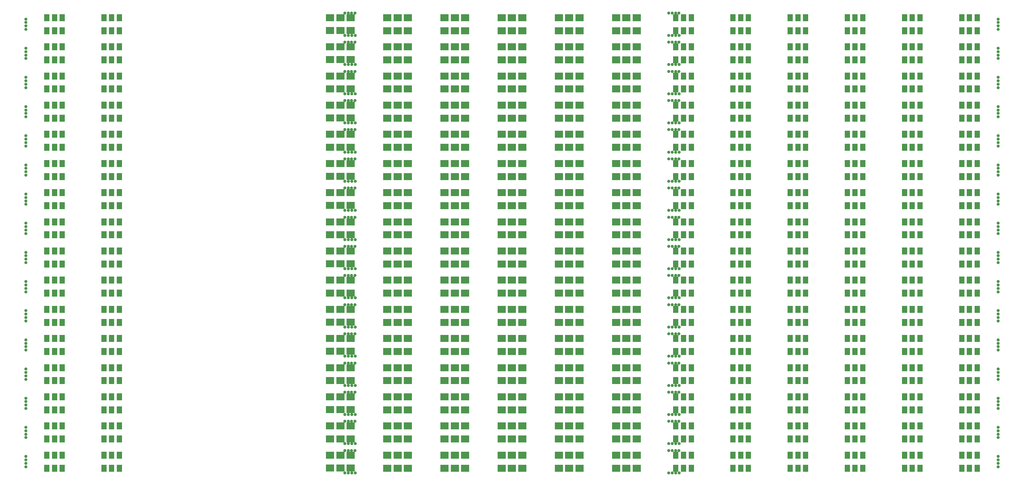
<source format=gbr>
G04 #@! TF.GenerationSoftware,KiCad,Pcbnew,(5.1.0-0)*
G04 #@! TF.CreationDate,2019-05-15T00:47:19-07:00*
G04 #@! TF.ProjectId,EOutside,454f7574-7369-4646-952e-6b696361645f,rev?*
G04 #@! TF.SameCoordinates,Original*
G04 #@! TF.FileFunction,Soldermask,Bot*
G04 #@! TF.FilePolarity,Negative*
%FSLAX46Y46*%
G04 Gerber Fmt 4.6, Leading zero omitted, Abs format (unit mm)*
G04 Created by KiCad (PCBNEW (5.1.0-0)) date 2019-05-15 00:47:19*
%MOMM*%
%LPD*%
G04 APERTURE LIST*
%ADD10R,1.650000X2.150000*%
%ADD11R,2.400000X2.150000*%
%ADD12C,0.900000*%
G04 APERTURE END LIST*
D10*
X350315393Y-215950228D03*
X345815393Y-215950228D03*
X348065393Y-215950228D03*
X100316427Y-207450228D03*
X95816427Y-207450228D03*
X98066427Y-207450228D03*
D11*
X201066383Y-232950228D03*
X195066383Y-232950228D03*
X198066383Y-232950228D03*
X214733043Y-228250228D03*
X217733043Y-228250228D03*
X211733043Y-228250228D03*
X261733023Y-219750228D03*
X267733023Y-219750228D03*
X264733023Y-219750228D03*
D10*
X100316427Y-224450228D03*
X95816427Y-224450228D03*
X98066427Y-224450228D03*
X95816427Y-228250228D03*
X100316427Y-228250228D03*
X98066427Y-228250228D03*
D11*
X251066363Y-224450228D03*
X245066363Y-224450228D03*
X248066363Y-224450228D03*
X267733023Y-224450228D03*
X261733023Y-224450228D03*
X264733023Y-224450228D03*
X261733023Y-228250228D03*
X267733023Y-228250228D03*
X264733023Y-228250228D03*
D10*
X283649775Y-224450228D03*
X279149775Y-224450228D03*
X281399775Y-224450228D03*
X333649779Y-224450228D03*
X329149779Y-224450228D03*
X331399779Y-224450228D03*
D11*
X178399723Y-228200228D03*
X184399723Y-228200228D03*
X181399723Y-228200228D03*
X217733043Y-224450228D03*
X211733043Y-224450228D03*
X214733043Y-224450228D03*
X211733043Y-228250228D03*
X217733043Y-228250228D03*
X214733043Y-228250228D03*
X228399703Y-228250228D03*
X234399703Y-228250228D03*
X231399703Y-228250228D03*
X234399703Y-224450228D03*
X228399703Y-224450228D03*
X231399703Y-224450228D03*
X245066363Y-228250228D03*
X251066363Y-228250228D03*
X248066363Y-228250228D03*
D10*
X312483111Y-219750228D03*
X316983111Y-219750228D03*
X314733111Y-219750228D03*
X329149779Y-219750228D03*
X333649779Y-219750228D03*
X331399779Y-219750228D03*
X314733111Y-215950228D03*
X312483111Y-215950228D03*
X316983111Y-215950228D03*
D11*
X248066363Y-207450228D03*
X245066363Y-207450228D03*
X251066363Y-207450228D03*
X264733023Y-207450228D03*
X261733023Y-207450228D03*
X267733023Y-207450228D03*
X264733023Y-211250228D03*
X267733023Y-211250228D03*
X261733023Y-211250228D03*
D10*
X281399775Y-207450228D03*
X279149775Y-207450228D03*
X283649775Y-207450228D03*
D12*
X373091796Y-234350000D03*
X373091796Y-233350000D03*
X373091796Y-235350000D03*
X373091796Y-236350000D03*
D11*
X264733023Y-236750228D03*
X267733023Y-236750228D03*
X261733023Y-236750228D03*
X261733023Y-211250228D03*
X267733023Y-211250228D03*
X264733023Y-211250228D03*
D10*
X300316443Y-207450228D03*
X295816443Y-207450228D03*
X298066443Y-207450228D03*
X314733111Y-207450228D03*
X312483111Y-207450228D03*
X316983111Y-207450228D03*
X364731993Y-211250228D03*
X366981993Y-211250228D03*
X362481993Y-211250228D03*
X295816443Y-236750228D03*
X300316443Y-236750228D03*
X298066443Y-236750228D03*
D12*
X277116796Y-238125000D03*
X278116796Y-238125000D03*
X280116796Y-238125000D03*
X279116796Y-238125000D03*
D11*
X195066383Y-211250228D03*
X201066383Y-211250228D03*
X198066383Y-211250228D03*
X184399723Y-207450228D03*
X178399723Y-207450228D03*
X181399723Y-207450228D03*
X248066363Y-228250228D03*
X251066363Y-228250228D03*
X245066363Y-228250228D03*
D10*
X364731993Y-232950228D03*
X362481993Y-232950228D03*
X366981993Y-232950228D03*
X316983111Y-215950228D03*
X312483111Y-215950228D03*
X314733111Y-215950228D03*
X95816427Y-219750228D03*
X100316427Y-219750228D03*
X98066427Y-219750228D03*
X300316443Y-215950228D03*
X295816443Y-215950228D03*
X298066443Y-215950228D03*
D11*
X184399723Y-215950228D03*
X178399723Y-215950228D03*
X181399723Y-215950228D03*
D10*
X314733111Y-236750228D03*
X316983111Y-236750228D03*
X312483111Y-236750228D03*
D12*
X277116796Y-212625000D03*
X278116796Y-212625000D03*
X280116796Y-212625000D03*
X279116796Y-212625000D03*
D11*
X217733043Y-232950228D03*
X211733043Y-232950228D03*
X214733043Y-232950228D03*
D10*
X279149775Y-228250228D03*
X283649775Y-228250228D03*
X281399775Y-228250228D03*
X281399775Y-232950228D03*
X279149775Y-232950228D03*
X283649775Y-232950228D03*
X316983111Y-207450228D03*
X312483111Y-207450228D03*
X314733111Y-207450228D03*
X362481993Y-211250228D03*
X366981993Y-211250228D03*
X364731993Y-211250228D03*
X95816427Y-236750228D03*
X100316427Y-236750228D03*
X98066427Y-236750228D03*
X100316427Y-232950228D03*
X95816427Y-232950228D03*
X98066427Y-232950228D03*
X112483072Y-236750228D03*
X116983072Y-236750228D03*
X114733072Y-236750228D03*
D11*
X195066383Y-236750228D03*
X201066383Y-236750228D03*
X198066383Y-236750228D03*
D12*
X89741796Y-225850000D03*
X89741796Y-224850000D03*
X89741796Y-226850000D03*
X89741796Y-227850000D03*
D10*
X333649779Y-232950228D03*
X329149779Y-232950228D03*
X331399779Y-232950228D03*
X114733072Y-236750228D03*
X116983072Y-236750228D03*
X112483072Y-236750228D03*
X366981993Y-232950228D03*
X362481993Y-232950228D03*
X364731993Y-232950228D03*
X350315393Y-224450228D03*
X345815393Y-224450228D03*
X348065393Y-224450228D03*
X98066427Y-207450228D03*
X95816427Y-207450228D03*
X100316427Y-207450228D03*
D11*
X245066363Y-219750228D03*
X251066363Y-219750228D03*
X248066363Y-219750228D03*
D10*
X95816427Y-211250228D03*
X100316427Y-211250228D03*
X98066427Y-211250228D03*
D12*
X373091796Y-208850000D03*
X373091796Y-207850000D03*
X373091796Y-209850000D03*
X373091796Y-210850000D03*
D10*
X331399779Y-236750228D03*
X333649779Y-236750228D03*
X329149779Y-236750228D03*
D11*
X201066383Y-224450228D03*
X195066383Y-224450228D03*
X198066383Y-224450228D03*
D10*
X364731993Y-219750228D03*
X366981993Y-219750228D03*
X362481993Y-219750228D03*
X348065393Y-219750228D03*
X350315393Y-219750228D03*
X345815393Y-219750228D03*
X331399779Y-219750228D03*
X333649779Y-219750228D03*
X329149779Y-219750228D03*
D11*
X264733023Y-219750228D03*
X267733023Y-219750228D03*
X261733023Y-219750228D03*
X231399703Y-224450228D03*
X228399703Y-224450228D03*
X234399703Y-224450228D03*
D10*
X100316427Y-232950228D03*
X95816427Y-232950228D03*
X98066427Y-232950228D03*
D11*
X214733043Y-232950228D03*
X211733043Y-232950228D03*
X217733043Y-232950228D03*
D10*
X95816427Y-211250228D03*
X100316427Y-211250228D03*
X98066427Y-211250228D03*
X100316427Y-207450228D03*
X95816427Y-207450228D03*
X98066427Y-207450228D03*
X283649775Y-207450228D03*
X279149775Y-207450228D03*
X281399775Y-207450228D03*
D12*
X89741796Y-210850000D03*
X89741796Y-209850000D03*
X89741796Y-207850000D03*
X89741796Y-208850000D03*
D10*
X345815393Y-228250228D03*
X350315393Y-228250228D03*
X348065393Y-228250228D03*
D11*
X251066363Y-207450228D03*
X245066363Y-207450228D03*
X248066363Y-207450228D03*
D12*
X277091796Y-223096000D03*
X278091796Y-223096000D03*
X280091796Y-223096000D03*
X279091796Y-223096000D03*
D10*
X298066443Y-219750228D03*
X300316443Y-219750228D03*
X295816443Y-219750228D03*
D12*
X279116796Y-221125000D03*
X280116796Y-221125000D03*
X278116796Y-221125000D03*
X277116796Y-221125000D03*
D10*
X364731993Y-215950228D03*
X362481993Y-215950228D03*
X366981993Y-215950228D03*
D11*
X181399723Y-224450228D03*
X178399723Y-224450228D03*
X184399723Y-224450228D03*
D10*
X331399779Y-224450228D03*
X329149779Y-224450228D03*
X333649779Y-224450228D03*
X295816443Y-211250228D03*
X300316443Y-211250228D03*
X298066443Y-211250228D03*
X279149775Y-211250228D03*
X283649775Y-211250228D03*
X281399775Y-211250228D03*
X283649775Y-215950228D03*
X279149775Y-215950228D03*
X281399775Y-215950228D03*
D11*
X198066383Y-224450228D03*
X195066383Y-224450228D03*
X201066383Y-224450228D03*
X198066383Y-228250228D03*
X201066383Y-228250228D03*
X195066383Y-228250228D03*
X181399723Y-211200228D03*
X184399723Y-211200228D03*
X178399723Y-211200228D03*
X214733043Y-207450228D03*
X211733043Y-207450228D03*
X217733043Y-207450228D03*
X214733043Y-211250228D03*
X217733043Y-211250228D03*
X211733043Y-211250228D03*
X231399703Y-211250228D03*
X234399703Y-211250228D03*
X228399703Y-211250228D03*
X231399703Y-207450228D03*
X228399703Y-207450228D03*
X234399703Y-207450228D03*
X248066363Y-211250228D03*
X251066363Y-211250228D03*
X245066363Y-211250228D03*
D10*
X348065393Y-211250228D03*
X350315393Y-211250228D03*
X345815393Y-211250228D03*
X116983072Y-215950228D03*
X112483072Y-215950228D03*
X114733072Y-215950228D03*
D11*
X181399723Y-215950228D03*
X178399723Y-215950228D03*
X184399723Y-215950228D03*
D10*
X98066427Y-219750228D03*
X100316427Y-219750228D03*
X95816427Y-219750228D03*
X345815393Y-236750228D03*
X350315393Y-236750228D03*
X348065393Y-236750228D03*
D11*
X231399703Y-215950228D03*
X228399703Y-215950228D03*
X234399703Y-215950228D03*
D10*
X314733111Y-219750228D03*
X316983111Y-219750228D03*
X312483111Y-219750228D03*
D11*
X261733023Y-236750228D03*
X267733023Y-236750228D03*
X264733023Y-236750228D03*
D12*
X182691796Y-229625000D03*
X183691796Y-229625000D03*
X185691796Y-229625000D03*
X184691796Y-229625000D03*
X279116796Y-229625000D03*
X280116796Y-229625000D03*
X278116796Y-229625000D03*
X277116796Y-229625000D03*
D10*
X314733111Y-224450228D03*
X312483111Y-224450228D03*
X316983111Y-224450228D03*
X364731993Y-228250228D03*
X366981993Y-228250228D03*
X362481993Y-228250228D03*
X98066427Y-236750228D03*
X100316427Y-236750228D03*
X95816427Y-236750228D03*
D11*
X267733023Y-232950228D03*
X261733023Y-232950228D03*
X264733023Y-232950228D03*
D10*
X98066427Y-232950228D03*
X95816427Y-232950228D03*
X100316427Y-232950228D03*
D12*
X182666796Y-206096000D03*
X183666796Y-206096000D03*
X185666796Y-206096000D03*
X184666796Y-206096000D03*
D10*
X98066427Y-232950228D03*
X95816427Y-232950228D03*
X100316427Y-232950228D03*
X98066427Y-215950228D03*
X95816427Y-215950228D03*
X100316427Y-215950228D03*
X114733072Y-219750228D03*
X116983072Y-219750228D03*
X112483072Y-219750228D03*
X114733072Y-215950228D03*
X112483072Y-215950228D03*
X116983072Y-215950228D03*
D11*
X198066383Y-215950228D03*
X195066383Y-215950228D03*
X201066383Y-215950228D03*
X198066383Y-219750228D03*
X201066383Y-219750228D03*
X195066383Y-219750228D03*
X248066363Y-215950228D03*
X245066363Y-215950228D03*
X251066363Y-215950228D03*
X264733023Y-215950228D03*
X261733023Y-215950228D03*
X267733023Y-215950228D03*
X181399723Y-219700228D03*
X184399723Y-219700228D03*
X178399723Y-219700228D03*
X214733043Y-215950228D03*
X211733043Y-215950228D03*
X217733043Y-215950228D03*
X214733043Y-219750228D03*
X217733043Y-219750228D03*
X211733043Y-219750228D03*
X231399703Y-219750228D03*
X234399703Y-219750228D03*
X228399703Y-219750228D03*
X178399723Y-236700228D03*
X184399723Y-236700228D03*
X181399723Y-236700228D03*
X214733043Y-224450228D03*
X211733043Y-224450228D03*
X217733043Y-224450228D03*
D10*
X348065393Y-228250228D03*
X350315393Y-228250228D03*
X345815393Y-228250228D03*
D11*
X181399723Y-228200228D03*
X184399723Y-228200228D03*
X178399723Y-228200228D03*
X201066383Y-207450228D03*
X195066383Y-207450228D03*
X198066383Y-207450228D03*
D10*
X345815393Y-219750228D03*
X350315393Y-219750228D03*
X348065393Y-219750228D03*
X329149779Y-236750228D03*
X333649779Y-236750228D03*
X331399779Y-236750228D03*
D12*
X184691796Y-212625000D03*
X185691796Y-212625000D03*
X183691796Y-212625000D03*
X182691796Y-212625000D03*
X279091796Y-206096000D03*
X280091796Y-206096000D03*
X278091796Y-206096000D03*
X277091796Y-206096000D03*
D10*
X98066427Y-228250228D03*
X100316427Y-228250228D03*
X95816427Y-228250228D03*
X316983111Y-232950228D03*
X312483111Y-232950228D03*
X314733111Y-232950228D03*
D12*
X184666796Y-214596000D03*
X185666796Y-214596000D03*
X183666796Y-214596000D03*
X182666796Y-214596000D03*
X277091796Y-214596000D03*
X278091796Y-214596000D03*
X280091796Y-214596000D03*
X279091796Y-214596000D03*
X182691796Y-221125000D03*
X183691796Y-221125000D03*
X185691796Y-221125000D03*
X184691796Y-221125000D03*
D10*
X348065393Y-215950228D03*
X345815393Y-215950228D03*
X350315393Y-215950228D03*
X114733072Y-207450228D03*
X112483072Y-207450228D03*
X116983072Y-207450228D03*
X348065393Y-207450228D03*
X345815393Y-207450228D03*
X350315393Y-207450228D03*
X298066443Y-236750228D03*
X300316443Y-236750228D03*
X295816443Y-236750228D03*
X98066427Y-211250228D03*
X100316427Y-211250228D03*
X95816427Y-211250228D03*
X98066427Y-207450228D03*
X95816427Y-207450228D03*
X100316427Y-207450228D03*
X114733072Y-211250228D03*
X116983072Y-211250228D03*
X112483072Y-211250228D03*
X316983111Y-224450228D03*
X312483111Y-224450228D03*
X314733111Y-224450228D03*
X362481993Y-228250228D03*
X366981993Y-228250228D03*
X364731993Y-228250228D03*
D11*
X198066383Y-232950228D03*
X195066383Y-232950228D03*
X201066383Y-232950228D03*
X198066383Y-236750228D03*
X201066383Y-236750228D03*
X195066383Y-236750228D03*
D10*
X333649779Y-207450228D03*
X329149779Y-207450228D03*
X331399779Y-207450228D03*
D11*
X178399723Y-211200228D03*
X184399723Y-211200228D03*
X181399723Y-211200228D03*
X217733043Y-207450228D03*
X211733043Y-207450228D03*
X214733043Y-207450228D03*
X211733043Y-211250228D03*
X217733043Y-211250228D03*
X214733043Y-211250228D03*
X228399703Y-211250228D03*
X234399703Y-211250228D03*
X231399703Y-211250228D03*
X234399703Y-207450228D03*
X228399703Y-207450228D03*
X231399703Y-207450228D03*
X245066363Y-211250228D03*
X251066363Y-211250228D03*
X248066363Y-211250228D03*
D10*
X350315393Y-207450228D03*
X345815393Y-207450228D03*
X348065393Y-207450228D03*
X116983072Y-232950228D03*
X112483072Y-232950228D03*
X114733072Y-232950228D03*
X345815393Y-211250228D03*
X350315393Y-211250228D03*
X348065393Y-211250228D03*
D11*
X184399723Y-232950228D03*
X178399723Y-232950228D03*
X181399723Y-232950228D03*
D10*
X298066443Y-224450228D03*
X295816443Y-224450228D03*
X300316443Y-224450228D03*
X362481993Y-236750228D03*
X366981993Y-236750228D03*
X364731993Y-236750228D03*
D11*
X267733023Y-207450228D03*
X261733023Y-207450228D03*
X264733023Y-207450228D03*
D10*
X98066427Y-211250228D03*
X100316427Y-211250228D03*
X95816427Y-211250228D03*
X298066443Y-207450228D03*
X295816443Y-207450228D03*
X300316443Y-207450228D03*
X362481993Y-219750228D03*
X366981993Y-219750228D03*
X364731993Y-219750228D03*
D11*
X178399723Y-219700228D03*
X184399723Y-219700228D03*
X181399723Y-219700228D03*
X251066363Y-232950228D03*
X245066363Y-232950228D03*
X248066363Y-232950228D03*
D10*
X283649775Y-232950228D03*
X279149775Y-232950228D03*
X281399775Y-232950228D03*
D12*
X89741796Y-236350000D03*
X89741796Y-235350000D03*
X89741796Y-233350000D03*
X89741796Y-234350000D03*
D11*
X231399703Y-228250228D03*
X234399703Y-228250228D03*
X228399703Y-228250228D03*
D12*
X184666796Y-223096000D03*
X185666796Y-223096000D03*
X183666796Y-223096000D03*
X182666796Y-223096000D03*
D10*
X279149775Y-236750228D03*
X283649775Y-236750228D03*
X281399775Y-236750228D03*
X100316427Y-224450228D03*
X95816427Y-224450228D03*
X98066427Y-224450228D03*
D11*
X248066363Y-224450228D03*
X245066363Y-224450228D03*
X251066363Y-224450228D03*
X264733023Y-224450228D03*
X261733023Y-224450228D03*
X267733023Y-224450228D03*
X264733023Y-228250228D03*
X267733023Y-228250228D03*
X261733023Y-228250228D03*
D10*
X281399775Y-224450228D03*
X279149775Y-224450228D03*
X283649775Y-224450228D03*
X112483072Y-211250228D03*
X116983072Y-211250228D03*
X114733072Y-211250228D03*
X116983072Y-207450228D03*
X112483072Y-207450228D03*
X114733072Y-207450228D03*
X295816443Y-219750228D03*
X300316443Y-219750228D03*
X298066443Y-219750228D03*
X366981993Y-215950228D03*
X362481993Y-215950228D03*
X364731993Y-215950228D03*
X100316427Y-215950228D03*
X95816427Y-215950228D03*
X98066427Y-215950228D03*
D11*
X234399703Y-215950228D03*
X228399703Y-215950228D03*
X231399703Y-215950228D03*
D10*
X116983072Y-224450228D03*
X112483072Y-224450228D03*
X114733072Y-224450228D03*
X331399779Y-207450228D03*
X329149779Y-207450228D03*
X333649779Y-207450228D03*
X281399775Y-215950228D03*
X279149775Y-215950228D03*
X283649775Y-215950228D03*
D12*
X89741796Y-217350000D03*
X89741796Y-216350000D03*
X89741796Y-218350000D03*
X89741796Y-219350000D03*
D10*
X331399779Y-215950228D03*
X329149779Y-215950228D03*
X333649779Y-215950228D03*
X281399775Y-219750228D03*
X283649775Y-219750228D03*
X279149775Y-219750228D03*
X95816427Y-228250228D03*
X100316427Y-228250228D03*
X98066427Y-228250228D03*
X300316443Y-224450228D03*
X295816443Y-224450228D03*
X298066443Y-224450228D03*
X364731993Y-236750228D03*
X366981993Y-236750228D03*
X362481993Y-236750228D03*
X314733111Y-232950228D03*
X312483111Y-232950228D03*
X316983111Y-232950228D03*
D11*
X184399723Y-224450228D03*
X178399723Y-224450228D03*
X181399723Y-224450228D03*
X198066383Y-207450228D03*
X195066383Y-207450228D03*
X201066383Y-207450228D03*
X198066383Y-211250228D03*
X201066383Y-211250228D03*
X195066383Y-211250228D03*
X181399723Y-207450228D03*
X178399723Y-207450228D03*
X184399723Y-207450228D03*
D10*
X364731993Y-207450228D03*
X362481993Y-207450228D03*
X366981993Y-207450228D03*
X314733111Y-211250228D03*
X316983111Y-211250228D03*
X312483111Y-211250228D03*
X331399779Y-211250228D03*
X333649779Y-211250228D03*
X329149779Y-211250228D03*
X298066443Y-211250228D03*
X300316443Y-211250228D03*
X295816443Y-211250228D03*
X281399775Y-211250228D03*
X283649775Y-211250228D03*
X279149775Y-211250228D03*
D11*
X181399723Y-232950228D03*
X178399723Y-232950228D03*
X184399723Y-232950228D03*
D10*
X114733072Y-232950228D03*
X112483072Y-232950228D03*
X116983072Y-232950228D03*
D11*
X248066363Y-232950228D03*
X245066363Y-232950228D03*
X251066363Y-232950228D03*
X264733023Y-232950228D03*
X261733023Y-232950228D03*
X267733023Y-232950228D03*
D10*
X348065393Y-232950228D03*
X345815393Y-232950228D03*
X350315393Y-232950228D03*
X348065393Y-236750228D03*
X350315393Y-236750228D03*
X345815393Y-236750228D03*
X333649779Y-215950228D03*
X329149779Y-215950228D03*
X331399779Y-215950228D03*
D11*
X251066363Y-215950228D03*
X245066363Y-215950228D03*
X248066363Y-215950228D03*
X267733023Y-215950228D03*
X261733023Y-215950228D03*
X264733023Y-215950228D03*
D10*
X95816427Y-219750228D03*
X100316427Y-219750228D03*
X98066427Y-219750228D03*
X100316427Y-215950228D03*
X95816427Y-215950228D03*
X98066427Y-215950228D03*
X112483072Y-219750228D03*
X116983072Y-219750228D03*
X114733072Y-219750228D03*
D11*
X201066383Y-215950228D03*
X195066383Y-215950228D03*
X198066383Y-215950228D03*
X195066383Y-219750228D03*
X201066383Y-219750228D03*
X198066383Y-219750228D03*
X217733043Y-215950228D03*
X211733043Y-215950228D03*
X214733043Y-215950228D03*
X211733043Y-219750228D03*
X217733043Y-219750228D03*
X214733043Y-219750228D03*
X228399703Y-219750228D03*
X234399703Y-219750228D03*
X231399703Y-219750228D03*
D10*
X331399779Y-232950228D03*
X329149779Y-232950228D03*
X333649779Y-232950228D03*
X366981993Y-224450228D03*
X362481993Y-224450228D03*
X364731993Y-224450228D03*
X312483111Y-228250228D03*
X316983111Y-228250228D03*
X314733111Y-228250228D03*
X112483072Y-228250228D03*
X116983072Y-228250228D03*
X114733072Y-228250228D03*
X295816443Y-228250228D03*
X300316443Y-228250228D03*
X298066443Y-228250228D03*
D11*
X181399723Y-236700228D03*
X184399723Y-236700228D03*
X178399723Y-236700228D03*
D10*
X95816427Y-236750228D03*
X100316427Y-236750228D03*
X98066427Y-236750228D03*
X300316443Y-232950228D03*
X295816443Y-232950228D03*
X298066443Y-232950228D03*
D11*
X211733043Y-236750228D03*
X217733043Y-236750228D03*
X214733043Y-236750228D03*
X228399703Y-236750228D03*
X234399703Y-236750228D03*
X231399703Y-236750228D03*
X234399703Y-232950228D03*
X228399703Y-232950228D03*
X231399703Y-232950228D03*
X245066363Y-236750228D03*
X251066363Y-236750228D03*
X248066363Y-236750228D03*
D10*
X114733072Y-228250228D03*
X116983072Y-228250228D03*
X112483072Y-228250228D03*
D12*
X182666796Y-231596000D03*
X183666796Y-231596000D03*
X185666796Y-231596000D03*
X184666796Y-231596000D03*
D10*
X98066427Y-228250228D03*
X100316427Y-228250228D03*
X95816427Y-228250228D03*
X98066427Y-224450228D03*
X95816427Y-224450228D03*
X100316427Y-224450228D03*
D12*
X279091796Y-231596000D03*
X280091796Y-231596000D03*
X278091796Y-231596000D03*
X277091796Y-231596000D03*
X373091796Y-227850000D03*
X373091796Y-226850000D03*
X373091796Y-224850000D03*
X373091796Y-225850000D03*
X184691796Y-238125000D03*
X185691796Y-238125000D03*
X183691796Y-238125000D03*
X182691796Y-238125000D03*
D10*
X350315393Y-232950228D03*
X345815393Y-232950228D03*
X348065393Y-232950228D03*
X281399775Y-228250228D03*
X283649775Y-228250228D03*
X279149775Y-228250228D03*
X98066427Y-224450228D03*
X95816427Y-224450228D03*
X100316427Y-224450228D03*
X364731993Y-224450228D03*
X362481993Y-224450228D03*
X366981993Y-224450228D03*
X314733111Y-228250228D03*
X316983111Y-228250228D03*
X312483111Y-228250228D03*
X331399779Y-228250228D03*
X333649779Y-228250228D03*
X329149779Y-228250228D03*
X298066443Y-228250228D03*
X300316443Y-228250228D03*
X295816443Y-228250228D03*
X114733072Y-224450228D03*
X112483072Y-224450228D03*
X116983072Y-224450228D03*
D11*
X248066363Y-219750228D03*
X251066363Y-219750228D03*
X245066363Y-219750228D03*
D12*
X373091796Y-219350000D03*
X373091796Y-218350000D03*
X373091796Y-216350000D03*
X373091796Y-217350000D03*
D10*
X98066427Y-215950228D03*
X95816427Y-215950228D03*
X100316427Y-215950228D03*
D11*
X195066383Y-228250228D03*
X201066383Y-228250228D03*
X198066383Y-228250228D03*
D10*
X329149779Y-228250228D03*
X333649779Y-228250228D03*
X331399779Y-228250228D03*
X281399775Y-236750228D03*
X283649775Y-236750228D03*
X279149775Y-236750228D03*
X98066427Y-236750228D03*
X100316427Y-236750228D03*
X95816427Y-236750228D03*
X298066443Y-232950228D03*
X295816443Y-232950228D03*
X300316443Y-232950228D03*
D11*
X214733043Y-236750228D03*
X217733043Y-236750228D03*
X211733043Y-236750228D03*
X231399703Y-236750228D03*
X234399703Y-236750228D03*
X228399703Y-236750228D03*
X231399703Y-232950228D03*
X228399703Y-232950228D03*
X234399703Y-232950228D03*
X248066363Y-236750228D03*
X251066363Y-236750228D03*
X245066363Y-236750228D03*
D10*
X98066427Y-219750228D03*
X100316427Y-219750228D03*
X95816427Y-219750228D03*
X298066443Y-215950228D03*
X295816443Y-215950228D03*
X300316443Y-215950228D03*
X366981993Y-207450228D03*
X362481993Y-207450228D03*
X364731993Y-207450228D03*
X312483111Y-211250228D03*
X316983111Y-211250228D03*
X314733111Y-211250228D03*
X329149779Y-211250228D03*
X333649779Y-211250228D03*
X331399779Y-211250228D03*
X348065393Y-224450228D03*
X345815393Y-224450228D03*
X350315393Y-224450228D03*
X312483111Y-236750228D03*
X316983111Y-236750228D03*
X314733111Y-236750228D03*
X279149775Y-219750228D03*
X283649775Y-219750228D03*
X281399775Y-219750228D03*
D12*
X182666796Y-180596000D03*
X183666796Y-180596000D03*
X185666796Y-180596000D03*
X184666796Y-180596000D03*
X279091796Y-180596000D03*
X280091796Y-180596000D03*
X278091796Y-180596000D03*
X277091796Y-180596000D03*
X184691796Y-187125000D03*
X185691796Y-187125000D03*
X183691796Y-187125000D03*
X182691796Y-187125000D03*
D10*
X350315393Y-181950228D03*
X345815393Y-181950228D03*
X348065393Y-181950228D03*
X116983072Y-173450228D03*
X112483072Y-173450228D03*
X114733072Y-173450228D03*
X350315393Y-173450228D03*
X345815393Y-173450228D03*
X348065393Y-173450228D03*
X295816443Y-202750228D03*
X300316443Y-202750228D03*
X298066443Y-202750228D03*
X95816427Y-177250228D03*
X100316427Y-177250228D03*
X98066427Y-177250228D03*
X100316427Y-173450228D03*
X95816427Y-173450228D03*
X98066427Y-173450228D03*
X112483072Y-177250228D03*
X116983072Y-177250228D03*
X114733072Y-177250228D03*
X314733111Y-190450228D03*
X312483111Y-190450228D03*
X316983111Y-190450228D03*
X364731993Y-194250228D03*
X366981993Y-194250228D03*
X362481993Y-194250228D03*
D11*
X201066383Y-198950228D03*
X195066383Y-198950228D03*
X198066383Y-198950228D03*
X195066383Y-202750228D03*
X201066383Y-202750228D03*
X198066383Y-202750228D03*
D10*
X331399779Y-173450228D03*
X329149779Y-173450228D03*
X333649779Y-173450228D03*
D11*
X181399723Y-177200228D03*
X184399723Y-177200228D03*
X178399723Y-177200228D03*
X214733043Y-173450228D03*
X211733043Y-173450228D03*
X217733043Y-173450228D03*
X214733043Y-177250228D03*
X217733043Y-177250228D03*
X211733043Y-177250228D03*
X231399703Y-177250228D03*
X234399703Y-177250228D03*
X228399703Y-177250228D03*
X231399703Y-173450228D03*
X228399703Y-173450228D03*
X234399703Y-173450228D03*
X248066363Y-177250228D03*
X251066363Y-177250228D03*
X245066363Y-177250228D03*
D10*
X348065393Y-173450228D03*
X345815393Y-173450228D03*
X350315393Y-173450228D03*
X114733072Y-198950228D03*
X112483072Y-198950228D03*
X116983072Y-198950228D03*
X348065393Y-177250228D03*
X350315393Y-177250228D03*
X345815393Y-177250228D03*
D11*
X181399723Y-198950228D03*
X178399723Y-198950228D03*
X184399723Y-198950228D03*
D10*
X300316443Y-190450228D03*
X295816443Y-190450228D03*
X298066443Y-190450228D03*
X364731993Y-202750228D03*
X366981993Y-202750228D03*
X362481993Y-202750228D03*
D11*
X245066363Y-194250228D03*
X251066363Y-194250228D03*
X248066363Y-194250228D03*
D10*
X366981993Y-198950228D03*
X362481993Y-198950228D03*
X364731993Y-198950228D03*
D11*
X181399723Y-181950228D03*
X178399723Y-181950228D03*
X184399723Y-181950228D03*
D10*
X312483111Y-202750228D03*
X316983111Y-202750228D03*
X314733111Y-202750228D03*
D12*
X279116796Y-178625000D03*
X280116796Y-178625000D03*
X278116796Y-178625000D03*
X277116796Y-178625000D03*
D11*
X214733043Y-198950228D03*
X211733043Y-198950228D03*
X217733043Y-198950228D03*
D10*
X281399775Y-194250228D03*
X283649775Y-194250228D03*
X279149775Y-194250228D03*
X283649775Y-198950228D03*
X279149775Y-198950228D03*
X281399775Y-198950228D03*
X314733111Y-173450228D03*
X312483111Y-173450228D03*
X316983111Y-173450228D03*
X364731993Y-177250228D03*
X366981993Y-177250228D03*
X362481993Y-177250228D03*
X98066427Y-202750228D03*
X100316427Y-202750228D03*
X95816427Y-202750228D03*
X98066427Y-198950228D03*
X95816427Y-198950228D03*
X100316427Y-198950228D03*
X114733072Y-202750228D03*
X116983072Y-202750228D03*
X112483072Y-202750228D03*
D11*
X198066383Y-202750228D03*
X201066383Y-202750228D03*
X195066383Y-202750228D03*
D12*
X89741796Y-193850000D03*
X89741796Y-192850000D03*
X89741796Y-190850000D03*
X89741796Y-191850000D03*
D10*
X331399779Y-198950228D03*
X329149779Y-198950228D03*
X333649779Y-198950228D03*
X112483072Y-202750228D03*
X116983072Y-202750228D03*
X114733072Y-202750228D03*
X364731993Y-198950228D03*
X362481993Y-198950228D03*
X366981993Y-198950228D03*
X98066427Y-198950228D03*
X95816427Y-198950228D03*
X100316427Y-198950228D03*
D12*
X373091796Y-202350000D03*
X373091796Y-201350000D03*
X373091796Y-199350000D03*
X373091796Y-200350000D03*
D11*
X198066383Y-194250228D03*
X201066383Y-194250228D03*
X195066383Y-194250228D03*
D10*
X331399779Y-194250228D03*
X333649779Y-194250228D03*
X329149779Y-194250228D03*
X279149775Y-202750228D03*
X283649775Y-202750228D03*
X281399775Y-202750228D03*
X95816427Y-202750228D03*
X100316427Y-202750228D03*
X98066427Y-202750228D03*
X300316443Y-198950228D03*
X295816443Y-198950228D03*
X298066443Y-198950228D03*
D11*
X211733043Y-202750228D03*
X217733043Y-202750228D03*
X214733043Y-202750228D03*
X228399703Y-202750228D03*
X234399703Y-202750228D03*
X231399703Y-202750228D03*
X234399703Y-198950228D03*
X228399703Y-198950228D03*
X231399703Y-198950228D03*
X245066363Y-202750228D03*
X251066363Y-202750228D03*
X248066363Y-202750228D03*
D10*
X95816427Y-185750228D03*
X100316427Y-185750228D03*
X98066427Y-185750228D03*
X300316443Y-181950228D03*
X295816443Y-181950228D03*
X298066443Y-181950228D03*
X364731993Y-173450228D03*
X362481993Y-173450228D03*
X366981993Y-173450228D03*
X314733111Y-177250228D03*
X316983111Y-177250228D03*
X312483111Y-177250228D03*
X331399779Y-177250228D03*
X333649779Y-177250228D03*
X329149779Y-177250228D03*
X314733111Y-185750228D03*
X316983111Y-185750228D03*
X312483111Y-185750228D03*
X331399779Y-185750228D03*
X333649779Y-185750228D03*
X329149779Y-185750228D03*
D11*
X251066363Y-173450228D03*
X245066363Y-173450228D03*
X248066363Y-173450228D03*
X267733023Y-173450228D03*
X261733023Y-173450228D03*
X264733023Y-173450228D03*
X261733023Y-177250228D03*
X267733023Y-177250228D03*
X264733023Y-177250228D03*
D10*
X283649775Y-173450228D03*
X279149775Y-173450228D03*
X281399775Y-173450228D03*
X348065393Y-181950228D03*
X345815393Y-181950228D03*
X350315393Y-181950228D03*
X98066427Y-194250228D03*
X100316427Y-194250228D03*
X95816427Y-194250228D03*
D11*
X248066363Y-190450228D03*
X245066363Y-190450228D03*
X251066363Y-190450228D03*
X264733023Y-190450228D03*
X261733023Y-190450228D03*
X267733023Y-190450228D03*
X264733023Y-194250228D03*
X267733023Y-194250228D03*
X261733023Y-194250228D03*
D10*
X281399775Y-190450228D03*
X279149775Y-190450228D03*
X283649775Y-190450228D03*
X331399779Y-190450228D03*
X329149779Y-190450228D03*
X333649779Y-190450228D03*
D11*
X181399723Y-194200228D03*
X184399723Y-194200228D03*
X178399723Y-194200228D03*
X214733043Y-190450228D03*
X211733043Y-190450228D03*
X217733043Y-190450228D03*
X214733043Y-194250228D03*
X217733043Y-194250228D03*
X211733043Y-194250228D03*
X231399703Y-194250228D03*
X234399703Y-194250228D03*
X228399703Y-194250228D03*
X231399703Y-190450228D03*
X228399703Y-190450228D03*
X234399703Y-190450228D03*
X248066363Y-194250228D03*
X251066363Y-194250228D03*
X245066363Y-194250228D03*
D10*
X348065393Y-194250228D03*
X350315393Y-194250228D03*
X345815393Y-194250228D03*
D11*
X211733043Y-194250228D03*
X217733043Y-194250228D03*
X214733043Y-194250228D03*
X264733023Y-185750228D03*
X267733023Y-185750228D03*
X261733023Y-185750228D03*
X217733043Y-198950228D03*
X211733043Y-198950228D03*
X214733043Y-198950228D03*
D10*
X98066427Y-177250228D03*
X100316427Y-177250228D03*
X95816427Y-177250228D03*
X98066427Y-173450228D03*
X95816427Y-173450228D03*
X100316427Y-173450228D03*
X281399775Y-173450228D03*
X279149775Y-173450228D03*
X283649775Y-173450228D03*
D12*
X89741796Y-174850000D03*
X89741796Y-173850000D03*
X89741796Y-175850000D03*
X89741796Y-176850000D03*
D11*
X198066383Y-177250228D03*
X201066383Y-177250228D03*
X195066383Y-177250228D03*
X181399723Y-173450228D03*
X178399723Y-173450228D03*
X184399723Y-173450228D03*
D10*
X348065393Y-190450228D03*
X345815393Y-190450228D03*
X350315393Y-190450228D03*
X100316427Y-173450228D03*
X95816427Y-173450228D03*
X98066427Y-173450228D03*
D11*
X248066363Y-185750228D03*
X251066363Y-185750228D03*
X245066363Y-185750228D03*
D10*
X98066427Y-177250228D03*
X100316427Y-177250228D03*
X95816427Y-177250228D03*
D12*
X373091796Y-176850000D03*
X373091796Y-175850000D03*
X373091796Y-173850000D03*
X373091796Y-174850000D03*
D10*
X329149779Y-202750228D03*
X333649779Y-202750228D03*
X331399779Y-202750228D03*
D11*
X198066383Y-190450228D03*
X195066383Y-190450228D03*
X201066383Y-190450228D03*
D10*
X98066427Y-190450228D03*
X95816427Y-190450228D03*
X100316427Y-190450228D03*
X316983111Y-181950228D03*
X312483111Y-181950228D03*
X314733111Y-181950228D03*
D11*
X261733023Y-202750228D03*
X267733023Y-202750228D03*
X264733023Y-202750228D03*
X264733023Y-177250228D03*
X267733023Y-177250228D03*
X261733023Y-177250228D03*
D10*
X298066443Y-173450228D03*
X295816443Y-173450228D03*
X300316443Y-173450228D03*
X316983111Y-173450228D03*
X312483111Y-173450228D03*
X314733111Y-173450228D03*
X362481993Y-177250228D03*
X366981993Y-177250228D03*
X364731993Y-177250228D03*
X298066443Y-202750228D03*
X300316443Y-202750228D03*
X295816443Y-202750228D03*
D12*
X279116796Y-204125000D03*
X280116796Y-204125000D03*
X278116796Y-204125000D03*
X277116796Y-204125000D03*
D10*
X314733111Y-181950228D03*
X312483111Y-181950228D03*
X316983111Y-181950228D03*
X98066427Y-185750228D03*
X100316427Y-185750228D03*
X95816427Y-185750228D03*
X298066443Y-181950228D03*
X295816443Y-181950228D03*
X300316443Y-181950228D03*
X362481993Y-185750228D03*
X366981993Y-185750228D03*
X364731993Y-185750228D03*
D11*
X198066383Y-198950228D03*
X195066383Y-198950228D03*
X201066383Y-198950228D03*
D10*
X98066427Y-173450228D03*
X95816427Y-173450228D03*
X100316427Y-173450228D03*
D11*
X248066363Y-173450228D03*
X245066363Y-173450228D03*
X251066363Y-173450228D03*
X264733023Y-173450228D03*
X261733023Y-173450228D03*
X267733023Y-173450228D03*
D10*
X95816427Y-177250228D03*
X100316427Y-177250228D03*
X98066427Y-177250228D03*
X300316443Y-173450228D03*
X295816443Y-173450228D03*
X298066443Y-173450228D03*
X364731993Y-185750228D03*
X366981993Y-185750228D03*
X362481993Y-185750228D03*
D11*
X181399723Y-185700228D03*
X184399723Y-185700228D03*
X178399723Y-185700228D03*
X248066363Y-198950228D03*
X245066363Y-198950228D03*
X251066363Y-198950228D03*
D10*
X281399775Y-198950228D03*
X279149775Y-198950228D03*
X283649775Y-198950228D03*
D12*
X89741796Y-200350000D03*
X89741796Y-199350000D03*
X89741796Y-201350000D03*
X89741796Y-202350000D03*
D11*
X228399703Y-194250228D03*
X234399703Y-194250228D03*
X231399703Y-194250228D03*
D12*
X182666796Y-189096000D03*
X183666796Y-189096000D03*
X185666796Y-189096000D03*
X184666796Y-189096000D03*
D10*
X281399775Y-202750228D03*
X283649775Y-202750228D03*
X279149775Y-202750228D03*
X98066427Y-190450228D03*
X95816427Y-190450228D03*
X100316427Y-190450228D03*
D11*
X251066363Y-190450228D03*
X245066363Y-190450228D03*
X248066363Y-190450228D03*
X267733023Y-190450228D03*
X261733023Y-190450228D03*
X264733023Y-190450228D03*
X261733023Y-194250228D03*
X267733023Y-194250228D03*
X264733023Y-194250228D03*
D10*
X283649775Y-190450228D03*
X279149775Y-190450228D03*
X281399775Y-190450228D03*
X114733072Y-177250228D03*
X116983072Y-177250228D03*
X112483072Y-177250228D03*
X114733072Y-173450228D03*
X112483072Y-173450228D03*
X116983072Y-173450228D03*
X298066443Y-185750228D03*
X300316443Y-185750228D03*
X295816443Y-185750228D03*
X364731993Y-181950228D03*
X362481993Y-181950228D03*
X366981993Y-181950228D03*
X98066427Y-181950228D03*
X95816427Y-181950228D03*
X100316427Y-181950228D03*
D11*
X231399703Y-181950228D03*
X228399703Y-181950228D03*
X234399703Y-181950228D03*
D10*
X114733072Y-190450228D03*
X112483072Y-190450228D03*
X116983072Y-190450228D03*
X333649779Y-173450228D03*
X329149779Y-173450228D03*
X331399779Y-173450228D03*
D11*
X178399723Y-177200228D03*
X184399723Y-177200228D03*
X181399723Y-177200228D03*
X217733043Y-173450228D03*
X211733043Y-173450228D03*
X214733043Y-173450228D03*
X211733043Y-177250228D03*
X217733043Y-177250228D03*
X214733043Y-177250228D03*
X228399703Y-177250228D03*
X234399703Y-177250228D03*
X231399703Y-177250228D03*
X234399703Y-173450228D03*
X228399703Y-173450228D03*
X231399703Y-173450228D03*
X245066363Y-177250228D03*
X251066363Y-177250228D03*
X248066363Y-177250228D03*
D10*
X345815393Y-177250228D03*
X350315393Y-177250228D03*
X348065393Y-177250228D03*
X114733072Y-181950228D03*
X112483072Y-181950228D03*
X116983072Y-181950228D03*
D11*
X248066363Y-181950228D03*
X245066363Y-181950228D03*
X251066363Y-181950228D03*
X264733023Y-181950228D03*
X261733023Y-181950228D03*
X267733023Y-181950228D03*
D10*
X98066427Y-185750228D03*
X100316427Y-185750228D03*
X95816427Y-185750228D03*
X98066427Y-181950228D03*
X95816427Y-181950228D03*
X100316427Y-181950228D03*
X114733072Y-185750228D03*
X116983072Y-185750228D03*
X112483072Y-185750228D03*
D11*
X198066383Y-181950228D03*
X195066383Y-181950228D03*
X201066383Y-181950228D03*
X198066383Y-185750228D03*
X201066383Y-185750228D03*
X195066383Y-185750228D03*
X214733043Y-181950228D03*
X211733043Y-181950228D03*
X217733043Y-181950228D03*
X214733043Y-185750228D03*
X217733043Y-185750228D03*
X211733043Y-185750228D03*
X231399703Y-185750228D03*
X234399703Y-185750228D03*
X228399703Y-185750228D03*
D10*
X333649779Y-198950228D03*
X329149779Y-198950228D03*
X331399779Y-198950228D03*
X364731993Y-190450228D03*
X362481993Y-190450228D03*
X366981993Y-190450228D03*
X314733111Y-194250228D03*
X316983111Y-194250228D03*
X312483111Y-194250228D03*
X114733072Y-194250228D03*
X116983072Y-194250228D03*
X112483072Y-194250228D03*
X298066443Y-194250228D03*
X300316443Y-194250228D03*
X295816443Y-194250228D03*
D11*
X178399723Y-202700228D03*
X184399723Y-202700228D03*
X181399723Y-202700228D03*
D10*
X98066427Y-202750228D03*
X100316427Y-202750228D03*
X95816427Y-202750228D03*
X298066443Y-198950228D03*
X295816443Y-198950228D03*
X300316443Y-198950228D03*
D11*
X214733043Y-202750228D03*
X217733043Y-202750228D03*
X211733043Y-202750228D03*
X231399703Y-202750228D03*
X234399703Y-202750228D03*
X228399703Y-202750228D03*
X231399703Y-198950228D03*
X228399703Y-198950228D03*
X234399703Y-198950228D03*
X248066363Y-202750228D03*
X251066363Y-202750228D03*
X245066363Y-202750228D03*
D10*
X112483072Y-194250228D03*
X116983072Y-194250228D03*
X114733072Y-194250228D03*
D12*
X184666796Y-197596000D03*
X185666796Y-197596000D03*
X183666796Y-197596000D03*
X182666796Y-197596000D03*
D10*
X95816427Y-194250228D03*
X100316427Y-194250228D03*
X98066427Y-194250228D03*
X100316427Y-190450228D03*
X95816427Y-190450228D03*
X98066427Y-190450228D03*
D12*
X277091796Y-197596000D03*
X278091796Y-197596000D03*
X280091796Y-197596000D03*
X279091796Y-197596000D03*
X373091796Y-191850000D03*
X373091796Y-190850000D03*
X373091796Y-192850000D03*
X373091796Y-193850000D03*
X182691796Y-204125000D03*
X183691796Y-204125000D03*
X185691796Y-204125000D03*
X184691796Y-204125000D03*
D10*
X348065393Y-198950228D03*
X345815393Y-198950228D03*
X350315393Y-198950228D03*
X279149775Y-194250228D03*
X283649775Y-194250228D03*
X281399775Y-194250228D03*
X100316427Y-190450228D03*
X95816427Y-190450228D03*
X98066427Y-190450228D03*
X366981993Y-190450228D03*
X362481993Y-190450228D03*
X364731993Y-190450228D03*
X312483111Y-194250228D03*
X316983111Y-194250228D03*
X314733111Y-194250228D03*
X329149779Y-194250228D03*
X333649779Y-194250228D03*
X331399779Y-194250228D03*
X295816443Y-194250228D03*
X300316443Y-194250228D03*
X298066443Y-194250228D03*
X116983072Y-190450228D03*
X112483072Y-190450228D03*
X114733072Y-190450228D03*
X350315393Y-190450228D03*
X345815393Y-190450228D03*
X348065393Y-190450228D03*
D11*
X201066383Y-190450228D03*
X195066383Y-190450228D03*
X198066383Y-190450228D03*
X195066383Y-194250228D03*
X201066383Y-194250228D03*
X198066383Y-194250228D03*
X184399723Y-190450228D03*
X178399723Y-190450228D03*
X181399723Y-190450228D03*
D10*
X333649779Y-190450228D03*
X329149779Y-190450228D03*
X331399779Y-190450228D03*
X298066443Y-177250228D03*
X300316443Y-177250228D03*
X295816443Y-177250228D03*
X281399775Y-177250228D03*
X283649775Y-177250228D03*
X279149775Y-177250228D03*
X345815393Y-194250228D03*
X350315393Y-194250228D03*
X348065393Y-194250228D03*
D11*
X217733043Y-190450228D03*
X211733043Y-190450228D03*
X214733043Y-190450228D03*
X178399723Y-194200228D03*
X184399723Y-194200228D03*
X181399723Y-194200228D03*
X198066383Y-173450228D03*
X195066383Y-173450228D03*
X201066383Y-173450228D03*
D10*
X331399779Y-202750228D03*
X333649779Y-202750228D03*
X329149779Y-202750228D03*
D12*
X182691796Y-178625000D03*
X183691796Y-178625000D03*
X185691796Y-178625000D03*
X184691796Y-178625000D03*
X277091796Y-172096000D03*
X278091796Y-172096000D03*
X280091796Y-172096000D03*
X279091796Y-172096000D03*
D10*
X95816427Y-194250228D03*
X100316427Y-194250228D03*
X98066427Y-194250228D03*
X314733111Y-198950228D03*
X312483111Y-198950228D03*
X316983111Y-198950228D03*
D12*
X184691796Y-195625000D03*
X185691796Y-195625000D03*
X183691796Y-195625000D03*
X182691796Y-195625000D03*
X277116796Y-195625000D03*
X278116796Y-195625000D03*
X280116796Y-195625000D03*
X279116796Y-195625000D03*
D10*
X316983111Y-190450228D03*
X312483111Y-190450228D03*
X314733111Y-190450228D03*
X362481993Y-194250228D03*
X366981993Y-194250228D03*
X364731993Y-194250228D03*
X95816427Y-202750228D03*
X100316427Y-202750228D03*
X98066427Y-202750228D03*
D11*
X264733023Y-198950228D03*
X261733023Y-198950228D03*
X267733023Y-198950228D03*
D10*
X100316427Y-198950228D03*
X95816427Y-198950228D03*
X98066427Y-198950228D03*
D12*
X184666796Y-172096000D03*
X185666796Y-172096000D03*
X183666796Y-172096000D03*
X182666796Y-172096000D03*
D10*
X100316427Y-198950228D03*
X95816427Y-198950228D03*
X98066427Y-198950228D03*
X100316427Y-181950228D03*
X95816427Y-181950228D03*
X98066427Y-181950228D03*
X112483072Y-185750228D03*
X116983072Y-185750228D03*
X114733072Y-185750228D03*
D11*
X201066383Y-181950228D03*
X195066383Y-181950228D03*
X198066383Y-181950228D03*
X195066383Y-185750228D03*
X201066383Y-185750228D03*
X198066383Y-185750228D03*
X261733023Y-185750228D03*
X267733023Y-185750228D03*
X264733023Y-185750228D03*
D10*
X312483111Y-185750228D03*
X316983111Y-185750228D03*
X314733111Y-185750228D03*
X329149779Y-185750228D03*
X333649779Y-185750228D03*
X331399779Y-185750228D03*
X345815393Y-185750228D03*
X350315393Y-185750228D03*
X348065393Y-185750228D03*
D11*
X184399723Y-181950228D03*
X178399723Y-181950228D03*
X181399723Y-181950228D03*
D10*
X116983072Y-181950228D03*
X112483072Y-181950228D03*
X114733072Y-181950228D03*
D11*
X251066363Y-181950228D03*
X245066363Y-181950228D03*
X248066363Y-181950228D03*
X267733023Y-181950228D03*
X261733023Y-181950228D03*
X264733023Y-181950228D03*
D10*
X283649775Y-181950228D03*
X279149775Y-181950228D03*
X281399775Y-181950228D03*
D12*
X89741796Y-185350000D03*
X89741796Y-184350000D03*
X89741796Y-182350000D03*
X89741796Y-183350000D03*
D10*
X333649779Y-181950228D03*
X329149779Y-181950228D03*
X331399779Y-181950228D03*
X279149775Y-185750228D03*
X283649775Y-185750228D03*
X281399775Y-185750228D03*
X98066427Y-194250228D03*
X100316427Y-194250228D03*
X95816427Y-194250228D03*
X298066443Y-190450228D03*
X295816443Y-190450228D03*
X300316443Y-190450228D03*
X362481993Y-202750228D03*
X366981993Y-202750228D03*
X364731993Y-202750228D03*
X316983111Y-198950228D03*
X312483111Y-198950228D03*
X314733111Y-198950228D03*
D11*
X181399723Y-190450228D03*
X178399723Y-190450228D03*
X184399723Y-190450228D03*
X201066383Y-173450228D03*
X195066383Y-173450228D03*
X198066383Y-173450228D03*
X195066383Y-177250228D03*
X201066383Y-177250228D03*
X198066383Y-177250228D03*
X184399723Y-173450228D03*
X178399723Y-173450228D03*
X181399723Y-173450228D03*
D10*
X366981993Y-173450228D03*
X362481993Y-173450228D03*
X364731993Y-173450228D03*
X312483111Y-177250228D03*
X316983111Y-177250228D03*
X314733111Y-177250228D03*
X329149779Y-177250228D03*
X333649779Y-177250228D03*
X331399779Y-177250228D03*
X295816443Y-177250228D03*
X300316443Y-177250228D03*
X298066443Y-177250228D03*
X279149775Y-177250228D03*
X283649775Y-177250228D03*
X281399775Y-177250228D03*
D11*
X184399723Y-198950228D03*
X178399723Y-198950228D03*
X181399723Y-198950228D03*
D10*
X116983072Y-198950228D03*
X112483072Y-198950228D03*
X114733072Y-198950228D03*
D11*
X251066363Y-198950228D03*
X245066363Y-198950228D03*
X248066363Y-198950228D03*
X267733023Y-198950228D03*
X261733023Y-198950228D03*
X264733023Y-198950228D03*
D10*
X350315393Y-198950228D03*
X345815393Y-198950228D03*
X348065393Y-198950228D03*
X345815393Y-202750228D03*
X350315393Y-202750228D03*
X348065393Y-202750228D03*
X331399779Y-181950228D03*
X329149779Y-181950228D03*
X333649779Y-181950228D03*
X281399775Y-185750228D03*
X283649775Y-185750228D03*
X279149775Y-185750228D03*
X281399775Y-181950228D03*
X279149775Y-181950228D03*
X283649775Y-181950228D03*
X348065393Y-185750228D03*
X350315393Y-185750228D03*
X345815393Y-185750228D03*
D11*
X234399703Y-190450228D03*
X228399703Y-190450228D03*
X231399703Y-190450228D03*
X264733023Y-202750228D03*
X267733023Y-202750228D03*
X261733023Y-202750228D03*
D10*
X314733111Y-202750228D03*
X316983111Y-202750228D03*
X312483111Y-202750228D03*
X348065393Y-202750228D03*
X350315393Y-202750228D03*
X345815393Y-202750228D03*
D11*
X181399723Y-202700228D03*
X184399723Y-202700228D03*
X178399723Y-202700228D03*
D12*
X279091796Y-189096000D03*
X280091796Y-189096000D03*
X278091796Y-189096000D03*
X277091796Y-189096000D03*
D11*
X178399723Y-185700228D03*
X184399723Y-185700228D03*
X181399723Y-185700228D03*
X217733043Y-181950228D03*
X211733043Y-181950228D03*
X214733043Y-181950228D03*
X211733043Y-185750228D03*
X217733043Y-185750228D03*
X214733043Y-185750228D03*
X228399703Y-185750228D03*
X234399703Y-185750228D03*
X231399703Y-185750228D03*
X234399703Y-181950228D03*
X228399703Y-181950228D03*
X231399703Y-181950228D03*
X245066363Y-185750228D03*
X251066363Y-185750228D03*
X248066363Y-185750228D03*
D10*
X295816443Y-185750228D03*
X300316443Y-185750228D03*
X298066443Y-185750228D03*
D12*
X277116796Y-187125000D03*
X278116796Y-187125000D03*
X280116796Y-187125000D03*
X279116796Y-187125000D03*
D10*
X366981993Y-181950228D03*
X362481993Y-181950228D03*
X364731993Y-181950228D03*
X100316427Y-181950228D03*
X95816427Y-181950228D03*
X98066427Y-181950228D03*
D12*
X373091796Y-183350000D03*
X373091796Y-182350000D03*
X373091796Y-184350000D03*
X373091796Y-185350000D03*
D10*
X95816427Y-185750228D03*
X100316427Y-185750228D03*
X98066427Y-185750228D03*
X316983111Y-147950228D03*
X312483111Y-147950228D03*
X314733111Y-147950228D03*
X95816427Y-151750228D03*
X100316427Y-151750228D03*
X98066427Y-151750228D03*
X300316443Y-147950228D03*
X295816443Y-147950228D03*
X298066443Y-147950228D03*
D11*
X195066383Y-160250228D03*
X201066383Y-160250228D03*
X198066383Y-160250228D03*
D10*
X329149779Y-160250228D03*
X333649779Y-160250228D03*
X331399779Y-160250228D03*
X281399775Y-168750228D03*
X283649775Y-168750228D03*
X279149775Y-168750228D03*
X95816427Y-160250228D03*
X100316427Y-160250228D03*
X98066427Y-160250228D03*
D11*
X251066363Y-156450228D03*
X245066363Y-156450228D03*
X248066363Y-156450228D03*
X267733023Y-156450228D03*
X261733023Y-156450228D03*
X264733023Y-156450228D03*
X261733023Y-160250228D03*
X267733023Y-160250228D03*
X264733023Y-160250228D03*
D10*
X283649775Y-156450228D03*
X279149775Y-156450228D03*
X281399775Y-156450228D03*
X333649779Y-156450228D03*
X329149779Y-156450228D03*
X331399779Y-156450228D03*
D11*
X178399723Y-160200228D03*
X184399723Y-160200228D03*
X181399723Y-160200228D03*
X217733043Y-156450228D03*
X211733043Y-156450228D03*
X214733043Y-156450228D03*
X211733043Y-160250228D03*
X217733043Y-160250228D03*
X214733043Y-160250228D03*
X228399703Y-160250228D03*
X234399703Y-160250228D03*
X231399703Y-160250228D03*
X234399703Y-156450228D03*
X228399703Y-156450228D03*
X231399703Y-156450228D03*
X245066363Y-160250228D03*
X251066363Y-160250228D03*
X248066363Y-160250228D03*
D10*
X345815393Y-160250228D03*
X350315393Y-160250228D03*
X348065393Y-160250228D03*
X350315393Y-156450228D03*
X345815393Y-156450228D03*
X348065393Y-156450228D03*
D11*
X201066383Y-156450228D03*
X195066383Y-156450228D03*
X198066383Y-156450228D03*
X248066363Y-139450228D03*
X245066363Y-139450228D03*
X251066363Y-139450228D03*
X264733023Y-139450228D03*
X261733023Y-139450228D03*
X267733023Y-139450228D03*
X264733023Y-143250228D03*
X267733023Y-143250228D03*
X261733023Y-143250228D03*
D10*
X281399775Y-139450228D03*
X279149775Y-139450228D03*
X283649775Y-139450228D03*
X350315393Y-147950228D03*
X345815393Y-147950228D03*
X348065393Y-147950228D03*
X98066427Y-168750228D03*
X100316427Y-168750228D03*
X95816427Y-168750228D03*
X298066443Y-164950228D03*
X295816443Y-164950228D03*
X300316443Y-164950228D03*
D11*
X214733043Y-168750228D03*
X217733043Y-168750228D03*
X211733043Y-168750228D03*
X231399703Y-168750228D03*
X234399703Y-168750228D03*
X228399703Y-168750228D03*
X231399703Y-164950228D03*
X228399703Y-164950228D03*
X234399703Y-164950228D03*
X248066363Y-168750228D03*
X251066363Y-168750228D03*
X245066363Y-168750228D03*
D10*
X98066427Y-151750228D03*
X100316427Y-151750228D03*
X95816427Y-151750228D03*
X298066443Y-147950228D03*
X295816443Y-147950228D03*
X300316443Y-147950228D03*
D12*
X277116796Y-144625000D03*
X278116796Y-144625000D03*
X280116796Y-144625000D03*
X279116796Y-144625000D03*
D11*
X217733043Y-164950228D03*
X211733043Y-164950228D03*
X214733043Y-164950228D03*
D10*
X279149775Y-160250228D03*
X283649775Y-160250228D03*
X281399775Y-160250228D03*
X281399775Y-164950228D03*
X279149775Y-164950228D03*
X283649775Y-164950228D03*
X316983111Y-139450228D03*
X312483111Y-139450228D03*
X314733111Y-139450228D03*
X362481993Y-143250228D03*
X366981993Y-143250228D03*
X364731993Y-143250228D03*
X100316427Y-156450228D03*
X95816427Y-156450228D03*
X98066427Y-156450228D03*
D11*
X245066363Y-151750228D03*
X251066363Y-151750228D03*
X248066363Y-151750228D03*
D10*
X95816427Y-143250228D03*
X100316427Y-143250228D03*
X98066427Y-143250228D03*
X300316443Y-139450228D03*
X295816443Y-139450228D03*
X298066443Y-139450228D03*
X364731993Y-151750228D03*
X366981993Y-151750228D03*
X362481993Y-151750228D03*
X314733111Y-147950228D03*
X312483111Y-147950228D03*
X316983111Y-147950228D03*
D12*
X184666796Y-146596000D03*
X185666796Y-146596000D03*
X183666796Y-146596000D03*
X182666796Y-146596000D03*
X277091796Y-146596000D03*
X278091796Y-146596000D03*
X280091796Y-146596000D03*
X279091796Y-146596000D03*
X182691796Y-153125000D03*
X183691796Y-153125000D03*
X185691796Y-153125000D03*
X184691796Y-153125000D03*
D10*
X348065393Y-147950228D03*
X345815393Y-147950228D03*
X350315393Y-147950228D03*
X114733072Y-139450228D03*
X112483072Y-139450228D03*
X116983072Y-139450228D03*
X348065393Y-139450228D03*
X345815393Y-139450228D03*
X350315393Y-139450228D03*
X298066443Y-168750228D03*
X300316443Y-168750228D03*
X295816443Y-168750228D03*
X98066427Y-143250228D03*
X100316427Y-143250228D03*
X95816427Y-143250228D03*
X98066427Y-139450228D03*
X95816427Y-139450228D03*
X100316427Y-139450228D03*
X114733072Y-143250228D03*
X116983072Y-143250228D03*
X112483072Y-143250228D03*
X316983111Y-156450228D03*
X312483111Y-156450228D03*
X314733111Y-156450228D03*
X362481993Y-160250228D03*
X366981993Y-160250228D03*
X364731993Y-160250228D03*
D11*
X198066383Y-164950228D03*
X195066383Y-164950228D03*
X201066383Y-164950228D03*
X198066383Y-168750228D03*
X201066383Y-168750228D03*
X195066383Y-168750228D03*
X264733023Y-168750228D03*
X267733023Y-168750228D03*
X261733023Y-168750228D03*
D10*
X314733111Y-168750228D03*
X316983111Y-168750228D03*
X312483111Y-168750228D03*
X331399779Y-168750228D03*
X333649779Y-168750228D03*
X329149779Y-168750228D03*
X98066427Y-139450228D03*
X95816427Y-139450228D03*
X100316427Y-139450228D03*
X100316427Y-156450228D03*
X95816427Y-156450228D03*
X98066427Y-156450228D03*
D11*
X214733043Y-164950228D03*
X211733043Y-164950228D03*
X217733043Y-164950228D03*
D10*
X314733111Y-139450228D03*
X312483111Y-139450228D03*
X316983111Y-139450228D03*
X364731993Y-143250228D03*
X366981993Y-143250228D03*
X362481993Y-143250228D03*
X98066427Y-143250228D03*
X100316427Y-143250228D03*
X95816427Y-143250228D03*
X298066443Y-139450228D03*
X295816443Y-139450228D03*
X300316443Y-139450228D03*
X362481993Y-151750228D03*
X366981993Y-151750228D03*
X364731993Y-151750228D03*
D11*
X178399723Y-151700228D03*
X184399723Y-151700228D03*
X181399723Y-151700228D03*
X217733043Y-147950228D03*
X211733043Y-147950228D03*
X214733043Y-147950228D03*
X211733043Y-151750228D03*
X217733043Y-151750228D03*
X214733043Y-151750228D03*
X228399703Y-151750228D03*
X234399703Y-151750228D03*
X231399703Y-151750228D03*
D10*
X331399779Y-164950228D03*
X329149779Y-164950228D03*
X333649779Y-164950228D03*
X366981993Y-156450228D03*
X362481993Y-156450228D03*
X364731993Y-156450228D03*
X312483111Y-160250228D03*
X316983111Y-160250228D03*
X314733111Y-160250228D03*
X112483072Y-160250228D03*
X116983072Y-160250228D03*
X114733072Y-160250228D03*
X295816443Y-160250228D03*
X300316443Y-160250228D03*
X298066443Y-160250228D03*
D11*
X234399703Y-147950228D03*
X228399703Y-147950228D03*
X231399703Y-147950228D03*
D10*
X116983072Y-156450228D03*
X112483072Y-156450228D03*
X114733072Y-156450228D03*
X331399779Y-139450228D03*
X329149779Y-139450228D03*
X333649779Y-139450228D03*
D11*
X181399723Y-143200228D03*
X184399723Y-143200228D03*
X178399723Y-143200228D03*
X214733043Y-139450228D03*
X211733043Y-139450228D03*
X217733043Y-139450228D03*
X214733043Y-143250228D03*
X217733043Y-143250228D03*
X211733043Y-143250228D03*
X231399703Y-143250228D03*
X234399703Y-143250228D03*
X228399703Y-143250228D03*
X231399703Y-139450228D03*
X228399703Y-139450228D03*
X234399703Y-139450228D03*
X248066363Y-143250228D03*
X251066363Y-143250228D03*
X245066363Y-143250228D03*
D10*
X348065393Y-143250228D03*
X350315393Y-143250228D03*
X345815393Y-143250228D03*
X116983072Y-147950228D03*
X112483072Y-147950228D03*
X114733072Y-147950228D03*
D11*
X251066363Y-147950228D03*
X245066363Y-147950228D03*
X248066363Y-147950228D03*
X267733023Y-147950228D03*
X261733023Y-147950228D03*
X264733023Y-147950228D03*
X184399723Y-147950228D03*
X178399723Y-147950228D03*
X181399723Y-147950228D03*
D10*
X295816443Y-151750228D03*
X300316443Y-151750228D03*
X298066443Y-151750228D03*
X366981993Y-147950228D03*
X362481993Y-147950228D03*
X364731993Y-147950228D03*
X100316427Y-147950228D03*
X95816427Y-147950228D03*
X98066427Y-147950228D03*
X95816427Y-151750228D03*
X100316427Y-151750228D03*
X98066427Y-151750228D03*
X100316427Y-147950228D03*
X95816427Y-147950228D03*
X98066427Y-147950228D03*
X112483072Y-151750228D03*
X116983072Y-151750228D03*
X114733072Y-151750228D03*
D11*
X201066383Y-147950228D03*
X195066383Y-147950228D03*
X198066383Y-147950228D03*
X195066383Y-151750228D03*
X201066383Y-151750228D03*
X198066383Y-151750228D03*
X261733023Y-151750228D03*
X267733023Y-151750228D03*
X264733023Y-151750228D03*
D10*
X312483111Y-151750228D03*
X316983111Y-151750228D03*
X314733111Y-151750228D03*
X329149779Y-151750228D03*
X333649779Y-151750228D03*
X331399779Y-151750228D03*
X345815393Y-151750228D03*
X350315393Y-151750228D03*
X348065393Y-151750228D03*
D11*
X181399723Y-168700228D03*
X184399723Y-168700228D03*
X178399723Y-168700228D03*
D10*
X95816427Y-168750228D03*
X100316427Y-168750228D03*
X98066427Y-168750228D03*
X300316443Y-164950228D03*
X295816443Y-164950228D03*
X298066443Y-164950228D03*
D11*
X211733043Y-168750228D03*
X217733043Y-168750228D03*
X214733043Y-168750228D03*
X228399703Y-168750228D03*
X234399703Y-168750228D03*
X231399703Y-168750228D03*
X234399703Y-164950228D03*
X228399703Y-164950228D03*
X231399703Y-164950228D03*
X245066363Y-168750228D03*
X251066363Y-168750228D03*
X248066363Y-168750228D03*
X178399723Y-168700228D03*
X184399723Y-168700228D03*
X181399723Y-168700228D03*
D12*
X277091796Y-155096000D03*
X278091796Y-155096000D03*
X280091796Y-155096000D03*
X279091796Y-155096000D03*
D11*
X181399723Y-151700228D03*
X184399723Y-151700228D03*
X178399723Y-151700228D03*
X214733043Y-147950228D03*
X211733043Y-147950228D03*
X217733043Y-147950228D03*
X214733043Y-151750228D03*
X217733043Y-151750228D03*
X211733043Y-151750228D03*
X231399703Y-151750228D03*
X234399703Y-151750228D03*
X228399703Y-151750228D03*
X231399703Y-147950228D03*
X228399703Y-147950228D03*
X234399703Y-147950228D03*
X248066363Y-151750228D03*
X251066363Y-151750228D03*
X245066363Y-151750228D03*
D10*
X298066443Y-151750228D03*
X300316443Y-151750228D03*
X295816443Y-151750228D03*
D12*
X279116796Y-153125000D03*
X280116796Y-153125000D03*
X278116796Y-153125000D03*
X277116796Y-153125000D03*
D10*
X364731993Y-147950228D03*
X362481993Y-147950228D03*
X366981993Y-147950228D03*
X98066427Y-147950228D03*
X95816427Y-147950228D03*
X100316427Y-147950228D03*
D12*
X373091796Y-151350000D03*
X373091796Y-150350000D03*
X373091796Y-148350000D03*
X373091796Y-149350000D03*
D10*
X98066427Y-151750228D03*
X100316427Y-151750228D03*
X95816427Y-151750228D03*
X98066427Y-147950228D03*
X95816427Y-147950228D03*
X100316427Y-147950228D03*
X114733072Y-151750228D03*
X116983072Y-151750228D03*
X112483072Y-151750228D03*
D11*
X198066383Y-147950228D03*
X195066383Y-147950228D03*
X201066383Y-147950228D03*
X198066383Y-151750228D03*
X201066383Y-151750228D03*
X195066383Y-151750228D03*
X264733023Y-151750228D03*
X267733023Y-151750228D03*
X261733023Y-151750228D03*
D10*
X314733111Y-151750228D03*
X316983111Y-151750228D03*
X312483111Y-151750228D03*
X331399779Y-151750228D03*
X333649779Y-151750228D03*
X329149779Y-151750228D03*
X348065393Y-151750228D03*
X350315393Y-151750228D03*
X345815393Y-151750228D03*
D11*
X181399723Y-147950228D03*
X178399723Y-147950228D03*
X184399723Y-147950228D03*
D10*
X114733072Y-147950228D03*
X112483072Y-147950228D03*
X116983072Y-147950228D03*
D11*
X248066363Y-147950228D03*
X245066363Y-147950228D03*
X251066363Y-147950228D03*
X264733023Y-147950228D03*
X261733023Y-147950228D03*
X267733023Y-147950228D03*
D10*
X281399775Y-147950228D03*
X279149775Y-147950228D03*
X283649775Y-147950228D03*
D12*
X89741796Y-149350000D03*
X89741796Y-148350000D03*
X89741796Y-150350000D03*
X89741796Y-151350000D03*
D10*
X331399779Y-147950228D03*
X329149779Y-147950228D03*
X333649779Y-147950228D03*
X281399775Y-151750228D03*
X283649775Y-151750228D03*
X279149775Y-151750228D03*
X95816427Y-160250228D03*
X100316427Y-160250228D03*
X98066427Y-160250228D03*
X300316443Y-156450228D03*
X295816443Y-156450228D03*
X298066443Y-156450228D03*
X364731993Y-168750228D03*
X366981993Y-168750228D03*
X362481993Y-168750228D03*
X314733111Y-164950228D03*
X312483111Y-164950228D03*
X316983111Y-164950228D03*
D11*
X184399723Y-156450228D03*
X178399723Y-156450228D03*
X181399723Y-156450228D03*
D10*
X364731993Y-164950228D03*
X362481993Y-164950228D03*
X366981993Y-164950228D03*
X98066427Y-164950228D03*
X95816427Y-164950228D03*
X100316427Y-164950228D03*
X98066427Y-168750228D03*
X100316427Y-168750228D03*
X95816427Y-168750228D03*
X98066427Y-164950228D03*
X95816427Y-164950228D03*
X100316427Y-164950228D03*
X114733072Y-168750228D03*
X116983072Y-168750228D03*
X112483072Y-168750228D03*
D12*
X184666796Y-155096000D03*
X185666796Y-155096000D03*
X183666796Y-155096000D03*
X182666796Y-155096000D03*
D11*
X198066383Y-139450228D03*
X195066383Y-139450228D03*
X201066383Y-139450228D03*
X198066383Y-143250228D03*
X201066383Y-143250228D03*
X195066383Y-143250228D03*
X181399723Y-139450228D03*
X178399723Y-139450228D03*
X184399723Y-139450228D03*
D10*
X364731993Y-139450228D03*
X362481993Y-139450228D03*
X366981993Y-139450228D03*
X314733111Y-143250228D03*
X316983111Y-143250228D03*
X312483111Y-143250228D03*
X331399779Y-143250228D03*
X333649779Y-143250228D03*
X329149779Y-143250228D03*
X298066443Y-143250228D03*
X300316443Y-143250228D03*
X295816443Y-143250228D03*
X281399775Y-143250228D03*
X283649775Y-143250228D03*
X279149775Y-143250228D03*
D11*
X181399723Y-164950228D03*
X178399723Y-164950228D03*
X184399723Y-164950228D03*
D10*
X114733072Y-164950228D03*
X112483072Y-164950228D03*
X116983072Y-164950228D03*
D11*
X248066363Y-164950228D03*
X245066363Y-164950228D03*
X251066363Y-164950228D03*
X264733023Y-164950228D03*
X261733023Y-164950228D03*
X267733023Y-164950228D03*
D10*
X348065393Y-164950228D03*
X345815393Y-164950228D03*
X350315393Y-164950228D03*
X348065393Y-168750228D03*
X350315393Y-168750228D03*
X345815393Y-168750228D03*
X333649779Y-147950228D03*
X329149779Y-147950228D03*
X331399779Y-147950228D03*
X279149775Y-151750228D03*
X283649775Y-151750228D03*
X281399775Y-151750228D03*
X283649775Y-147950228D03*
X279149775Y-147950228D03*
X281399775Y-147950228D03*
D11*
X251066363Y-139450228D03*
X245066363Y-139450228D03*
X248066363Y-139450228D03*
X267733023Y-139450228D03*
X261733023Y-139450228D03*
X264733023Y-139450228D03*
X261733023Y-143250228D03*
X267733023Y-143250228D03*
X264733023Y-143250228D03*
D10*
X283649775Y-139450228D03*
X279149775Y-139450228D03*
X281399775Y-139450228D03*
D12*
X89741796Y-142850000D03*
X89741796Y-141850000D03*
X89741796Y-139850000D03*
X89741796Y-140850000D03*
D10*
X333649779Y-139450228D03*
X329149779Y-139450228D03*
X331399779Y-139450228D03*
D11*
X178399723Y-143200228D03*
X184399723Y-143200228D03*
X181399723Y-143200228D03*
X217733043Y-139450228D03*
X211733043Y-139450228D03*
X214733043Y-139450228D03*
X211733043Y-143250228D03*
X217733043Y-143250228D03*
X214733043Y-143250228D03*
X228399703Y-143250228D03*
X234399703Y-143250228D03*
X231399703Y-143250228D03*
X234399703Y-139450228D03*
X228399703Y-139450228D03*
X231399703Y-139450228D03*
X245066363Y-143250228D03*
X251066363Y-143250228D03*
X248066363Y-143250228D03*
D10*
X345815393Y-143250228D03*
X350315393Y-143250228D03*
X348065393Y-143250228D03*
X350315393Y-139450228D03*
X345815393Y-139450228D03*
X348065393Y-139450228D03*
D11*
X201066383Y-139450228D03*
X195066383Y-139450228D03*
X198066383Y-139450228D03*
X195066383Y-143250228D03*
X201066383Y-143250228D03*
X198066383Y-143250228D03*
X184399723Y-139450228D03*
X178399723Y-139450228D03*
X181399723Y-139450228D03*
D10*
X366981993Y-139450228D03*
X362481993Y-139450228D03*
X364731993Y-139450228D03*
X312483111Y-143250228D03*
X316983111Y-143250228D03*
X314733111Y-143250228D03*
X329149779Y-143250228D03*
X333649779Y-143250228D03*
X331399779Y-143250228D03*
X295816443Y-143250228D03*
X300316443Y-143250228D03*
X298066443Y-143250228D03*
X279149775Y-143250228D03*
X283649775Y-143250228D03*
X281399775Y-143250228D03*
X100316427Y-139450228D03*
X95816427Y-139450228D03*
X98066427Y-139450228D03*
D12*
X373091796Y-140850000D03*
X373091796Y-139850000D03*
X373091796Y-141850000D03*
X373091796Y-142850000D03*
D10*
X95816427Y-143250228D03*
X100316427Y-143250228D03*
X98066427Y-143250228D03*
X100316427Y-139450228D03*
X95816427Y-139450228D03*
X98066427Y-139450228D03*
X112483072Y-143250228D03*
X116983072Y-143250228D03*
X114733072Y-143250228D03*
X116983072Y-139450228D03*
X112483072Y-139450228D03*
X114733072Y-139450228D03*
X98066427Y-160250228D03*
X100316427Y-160250228D03*
X95816427Y-160250228D03*
X298066443Y-156450228D03*
X295816443Y-156450228D03*
X300316443Y-156450228D03*
X362481993Y-168750228D03*
X366981993Y-168750228D03*
X364731993Y-168750228D03*
X316983111Y-164950228D03*
X312483111Y-164950228D03*
X314733111Y-164950228D03*
X295816443Y-168750228D03*
X300316443Y-168750228D03*
X298066443Y-168750228D03*
D12*
X277116796Y-170125000D03*
X278116796Y-170125000D03*
X280116796Y-170125000D03*
X279116796Y-170125000D03*
X182691796Y-161625000D03*
X183691796Y-161625000D03*
X185691796Y-161625000D03*
X184691796Y-161625000D03*
X279116796Y-161625000D03*
X280116796Y-161625000D03*
X278116796Y-161625000D03*
X277116796Y-161625000D03*
D10*
X314733111Y-156450228D03*
X312483111Y-156450228D03*
X316983111Y-156450228D03*
X364731993Y-160250228D03*
X366981993Y-160250228D03*
X362481993Y-160250228D03*
D12*
X184691796Y-144625000D03*
X185691796Y-144625000D03*
X183691796Y-144625000D03*
X182691796Y-144625000D03*
X279091796Y-138096000D03*
X280091796Y-138096000D03*
X278091796Y-138096000D03*
X277091796Y-138096000D03*
X182666796Y-138096000D03*
X183666796Y-138096000D03*
X185666796Y-138096000D03*
X184666796Y-138096000D03*
X182666796Y-163596000D03*
X183666796Y-163596000D03*
X185666796Y-163596000D03*
X184666796Y-163596000D03*
X279091796Y-163596000D03*
X280091796Y-163596000D03*
X278091796Y-163596000D03*
X277091796Y-163596000D03*
X184691796Y-170125000D03*
X185691796Y-170125000D03*
X183691796Y-170125000D03*
X182691796Y-170125000D03*
D10*
X350315393Y-164950228D03*
X345815393Y-164950228D03*
X348065393Y-164950228D03*
X366981993Y-164950228D03*
X362481993Y-164950228D03*
X364731993Y-164950228D03*
X100316427Y-164950228D03*
X95816427Y-164950228D03*
X98066427Y-164950228D03*
D12*
X373091796Y-166350000D03*
X373091796Y-165350000D03*
X373091796Y-167350000D03*
X373091796Y-168350000D03*
D10*
X95816427Y-168750228D03*
X100316427Y-168750228D03*
X98066427Y-168750228D03*
X100316427Y-164950228D03*
X95816427Y-164950228D03*
X98066427Y-164950228D03*
X112483072Y-168750228D03*
X116983072Y-168750228D03*
X114733072Y-168750228D03*
D11*
X201066383Y-164950228D03*
X195066383Y-164950228D03*
X198066383Y-164950228D03*
X195066383Y-168750228D03*
X201066383Y-168750228D03*
X198066383Y-168750228D03*
X261733023Y-168750228D03*
X267733023Y-168750228D03*
X264733023Y-168750228D03*
D10*
X312483111Y-168750228D03*
X316983111Y-168750228D03*
X314733111Y-168750228D03*
X329149779Y-168750228D03*
X333649779Y-168750228D03*
X331399779Y-168750228D03*
X345815393Y-168750228D03*
X350315393Y-168750228D03*
X348065393Y-168750228D03*
D11*
X184399723Y-164950228D03*
X178399723Y-164950228D03*
X181399723Y-164950228D03*
D10*
X116983072Y-164950228D03*
X112483072Y-164950228D03*
X114733072Y-164950228D03*
D11*
X251066363Y-164950228D03*
X245066363Y-164950228D03*
X248066363Y-164950228D03*
X267733023Y-164950228D03*
X261733023Y-164950228D03*
X264733023Y-164950228D03*
D10*
X283649775Y-164950228D03*
X279149775Y-164950228D03*
X281399775Y-164950228D03*
D12*
X89741796Y-168350000D03*
X89741796Y-167350000D03*
X89741796Y-165350000D03*
X89741796Y-166350000D03*
D10*
X333649779Y-164950228D03*
X329149779Y-164950228D03*
X331399779Y-164950228D03*
X279149775Y-168750228D03*
X283649775Y-168750228D03*
X281399775Y-168750228D03*
D11*
X248066363Y-156450228D03*
X245066363Y-156450228D03*
X251066363Y-156450228D03*
X264733023Y-156450228D03*
X261733023Y-156450228D03*
X267733023Y-156450228D03*
X264733023Y-160250228D03*
X267733023Y-160250228D03*
X261733023Y-160250228D03*
D10*
X281399775Y-156450228D03*
X279149775Y-156450228D03*
X283649775Y-156450228D03*
D12*
X89741796Y-157850000D03*
X89741796Y-156850000D03*
X89741796Y-158850000D03*
X89741796Y-159850000D03*
D10*
X331399779Y-156450228D03*
X329149779Y-156450228D03*
X333649779Y-156450228D03*
D11*
X181399723Y-160200228D03*
X184399723Y-160200228D03*
X178399723Y-160200228D03*
X214733043Y-156450228D03*
X211733043Y-156450228D03*
X217733043Y-156450228D03*
X214733043Y-160250228D03*
X217733043Y-160250228D03*
X211733043Y-160250228D03*
X231399703Y-160250228D03*
X234399703Y-160250228D03*
X228399703Y-160250228D03*
X231399703Y-156450228D03*
X228399703Y-156450228D03*
X234399703Y-156450228D03*
X248066363Y-160250228D03*
X251066363Y-160250228D03*
X245066363Y-160250228D03*
D10*
X348065393Y-160250228D03*
X350315393Y-160250228D03*
X345815393Y-160250228D03*
X348065393Y-156450228D03*
X345815393Y-156450228D03*
X350315393Y-156450228D03*
D11*
X198066383Y-156450228D03*
X195066383Y-156450228D03*
X201066383Y-156450228D03*
X198066383Y-160250228D03*
X201066383Y-160250228D03*
X195066383Y-160250228D03*
X181399723Y-156450228D03*
X178399723Y-156450228D03*
X184399723Y-156450228D03*
D10*
X364731993Y-156450228D03*
X362481993Y-156450228D03*
X366981993Y-156450228D03*
X314733111Y-160250228D03*
X316983111Y-160250228D03*
X312483111Y-160250228D03*
X331399779Y-160250228D03*
X333649779Y-160250228D03*
X329149779Y-160250228D03*
X298066443Y-160250228D03*
X300316443Y-160250228D03*
X295816443Y-160250228D03*
X281399775Y-160250228D03*
X283649775Y-160250228D03*
X279149775Y-160250228D03*
X98066427Y-156450228D03*
X95816427Y-156450228D03*
X100316427Y-156450228D03*
D12*
X373091796Y-159850000D03*
X373091796Y-158850000D03*
X373091796Y-156850000D03*
X373091796Y-157850000D03*
D10*
X98066427Y-160250228D03*
X100316427Y-160250228D03*
X95816427Y-160250228D03*
X98066427Y-156450228D03*
X95816427Y-156450228D03*
X100316427Y-156450228D03*
X114733072Y-160250228D03*
X116983072Y-160250228D03*
X112483072Y-160250228D03*
X114733072Y-156450228D03*
X112483072Y-156450228D03*
X116983072Y-156450228D03*
X98066427Y-117750228D03*
X100316427Y-117750228D03*
X95816427Y-117750228D03*
X298066443Y-113950228D03*
X295816443Y-113950228D03*
X300316443Y-113950228D03*
D11*
X217733043Y-130950228D03*
X211733043Y-130950228D03*
X214733043Y-130950228D03*
D10*
X316983111Y-105450228D03*
X312483111Y-105450228D03*
X314733111Y-105450228D03*
X362481993Y-109250228D03*
X366981993Y-109250228D03*
X364731993Y-109250228D03*
X95816427Y-109250228D03*
X100316427Y-109250228D03*
X98066427Y-109250228D03*
X300316443Y-105450228D03*
X295816443Y-105450228D03*
X298066443Y-105450228D03*
X364731993Y-117750228D03*
X366981993Y-117750228D03*
X362481993Y-117750228D03*
X314733111Y-113950228D03*
X312483111Y-113950228D03*
X316983111Y-113950228D03*
X348065393Y-113950228D03*
X345815393Y-113950228D03*
X350315393Y-113950228D03*
X95816427Y-134750228D03*
X100316427Y-134750228D03*
X98066427Y-134750228D03*
X300316443Y-130950228D03*
X295816443Y-130950228D03*
X298066443Y-130950228D03*
D11*
X211733043Y-134750228D03*
X217733043Y-134750228D03*
X214733043Y-134750228D03*
X228399703Y-134750228D03*
X234399703Y-134750228D03*
X231399703Y-134750228D03*
X234399703Y-130950228D03*
X228399703Y-130950228D03*
X231399703Y-130950228D03*
X245066363Y-134750228D03*
X251066363Y-134750228D03*
X248066363Y-134750228D03*
X178399723Y-134700228D03*
X184399723Y-134700228D03*
X181399723Y-134700228D03*
X181399723Y-117700228D03*
X184399723Y-117700228D03*
X178399723Y-117700228D03*
X214733043Y-113950228D03*
X211733043Y-113950228D03*
X217733043Y-113950228D03*
X214733043Y-117750228D03*
X217733043Y-117750228D03*
X211733043Y-117750228D03*
X231399703Y-117750228D03*
X234399703Y-117750228D03*
X228399703Y-117750228D03*
X231399703Y-113950228D03*
X228399703Y-113950228D03*
X234399703Y-113950228D03*
X248066363Y-117750228D03*
X251066363Y-117750228D03*
X245066363Y-117750228D03*
D10*
X298066443Y-117750228D03*
X300316443Y-117750228D03*
X295816443Y-117750228D03*
X364731993Y-113950228D03*
X362481993Y-113950228D03*
X366981993Y-113950228D03*
X98066427Y-113950228D03*
X95816427Y-113950228D03*
X100316427Y-113950228D03*
X98066427Y-117750228D03*
X100316427Y-117750228D03*
X95816427Y-117750228D03*
X98066427Y-113950228D03*
X95816427Y-113950228D03*
X100316427Y-113950228D03*
X114733072Y-117750228D03*
X116983072Y-117750228D03*
X112483072Y-117750228D03*
D11*
X198066383Y-113950228D03*
X195066383Y-113950228D03*
X201066383Y-113950228D03*
X198066383Y-117750228D03*
X201066383Y-117750228D03*
X195066383Y-117750228D03*
X264733023Y-117750228D03*
X267733023Y-117750228D03*
X261733023Y-117750228D03*
D10*
X314733111Y-117750228D03*
X316983111Y-117750228D03*
X312483111Y-117750228D03*
X331399779Y-117750228D03*
X333649779Y-117750228D03*
X329149779Y-117750228D03*
X348065393Y-117750228D03*
X350315393Y-117750228D03*
X345815393Y-117750228D03*
D11*
X181399723Y-113950228D03*
X178399723Y-113950228D03*
X184399723Y-113950228D03*
D10*
X114733072Y-113950228D03*
X112483072Y-113950228D03*
X116983072Y-113950228D03*
D11*
X248066363Y-113950228D03*
X245066363Y-113950228D03*
X251066363Y-113950228D03*
X264733023Y-113950228D03*
X261733023Y-113950228D03*
X267733023Y-113950228D03*
D10*
X281399775Y-113950228D03*
X279149775Y-113950228D03*
X283649775Y-113950228D03*
X331399779Y-113950228D03*
X329149779Y-113950228D03*
X333649779Y-113950228D03*
X281399775Y-117750228D03*
X283649775Y-117750228D03*
X279149775Y-117750228D03*
D11*
X251066363Y-105450228D03*
X245066363Y-105450228D03*
X248066363Y-105450228D03*
X267733023Y-105450228D03*
X261733023Y-105450228D03*
X264733023Y-105450228D03*
X261733023Y-109250228D03*
X267733023Y-109250228D03*
X264733023Y-109250228D03*
D10*
X283649775Y-105450228D03*
X279149775Y-105450228D03*
X281399775Y-105450228D03*
X333649779Y-105450228D03*
X329149779Y-105450228D03*
X331399779Y-105450228D03*
D11*
X178399723Y-109200228D03*
X184399723Y-109200228D03*
X181399723Y-109200228D03*
X217733043Y-105450228D03*
X211733043Y-105450228D03*
X214733043Y-105450228D03*
X211733043Y-109250228D03*
X217733043Y-109250228D03*
X214733043Y-109250228D03*
X228399703Y-109250228D03*
X234399703Y-109250228D03*
X231399703Y-109250228D03*
X234399703Y-105450228D03*
X228399703Y-105450228D03*
X231399703Y-105450228D03*
X245066363Y-109250228D03*
X251066363Y-109250228D03*
X248066363Y-109250228D03*
D10*
X345815393Y-109250228D03*
X350315393Y-109250228D03*
X348065393Y-109250228D03*
X350315393Y-105450228D03*
X345815393Y-105450228D03*
X348065393Y-105450228D03*
D11*
X201066383Y-105450228D03*
X195066383Y-105450228D03*
X198066383Y-105450228D03*
X195066383Y-109250228D03*
X201066383Y-109250228D03*
X198066383Y-109250228D03*
X184399723Y-105450228D03*
X178399723Y-105450228D03*
X181399723Y-105450228D03*
D10*
X366981993Y-105450228D03*
X362481993Y-105450228D03*
X364731993Y-105450228D03*
X312483111Y-109250228D03*
X316983111Y-109250228D03*
X314733111Y-109250228D03*
X329149779Y-109250228D03*
X333649779Y-109250228D03*
X331399779Y-109250228D03*
X295816443Y-109250228D03*
X300316443Y-109250228D03*
X298066443Y-109250228D03*
X279149775Y-109250228D03*
X283649775Y-109250228D03*
X281399775Y-109250228D03*
X100316427Y-105450228D03*
X95816427Y-105450228D03*
X98066427Y-105450228D03*
X95816427Y-109250228D03*
X100316427Y-109250228D03*
X98066427Y-109250228D03*
X100316427Y-105450228D03*
X95816427Y-105450228D03*
X98066427Y-105450228D03*
X112483072Y-109250228D03*
X116983072Y-109250228D03*
X114733072Y-109250228D03*
X116983072Y-105450228D03*
X112483072Y-105450228D03*
X114733072Y-105450228D03*
X98066427Y-126250228D03*
X100316427Y-126250228D03*
X95816427Y-126250228D03*
X298066443Y-122450228D03*
X295816443Y-122450228D03*
X300316443Y-122450228D03*
X362481993Y-134750228D03*
X366981993Y-134750228D03*
X364731993Y-134750228D03*
X316983111Y-130950228D03*
X312483111Y-130950228D03*
X314733111Y-130950228D03*
X295816443Y-134750228D03*
X300316443Y-134750228D03*
X298066443Y-134750228D03*
X314733111Y-122450228D03*
X312483111Y-122450228D03*
X316983111Y-122450228D03*
X364731993Y-126250228D03*
X366981993Y-126250228D03*
X362481993Y-126250228D03*
X350315393Y-130950228D03*
X345815393Y-130950228D03*
X348065393Y-130950228D03*
X366981993Y-130950228D03*
X362481993Y-130950228D03*
X364731993Y-130950228D03*
X100316427Y-130950228D03*
X95816427Y-130950228D03*
X98066427Y-130950228D03*
X95816427Y-134750228D03*
X100316427Y-134750228D03*
X98066427Y-134750228D03*
X100316427Y-130950228D03*
X95816427Y-130950228D03*
X98066427Y-130950228D03*
X112483072Y-134750228D03*
X116983072Y-134750228D03*
X114733072Y-134750228D03*
D11*
X201066383Y-130950228D03*
X195066383Y-130950228D03*
X198066383Y-130950228D03*
X195066383Y-134750228D03*
X201066383Y-134750228D03*
X198066383Y-134750228D03*
X261733023Y-134750228D03*
X267733023Y-134750228D03*
X264733023Y-134750228D03*
D10*
X312483111Y-134750228D03*
X316983111Y-134750228D03*
X314733111Y-134750228D03*
X329149779Y-134750228D03*
X333649779Y-134750228D03*
X331399779Y-134750228D03*
X345815393Y-134750228D03*
X350315393Y-134750228D03*
X348065393Y-134750228D03*
D11*
X184399723Y-130950228D03*
X178399723Y-130950228D03*
X181399723Y-130950228D03*
D10*
X116983072Y-130950228D03*
X112483072Y-130950228D03*
X114733072Y-130950228D03*
D11*
X251066363Y-130950228D03*
X245066363Y-130950228D03*
X248066363Y-130950228D03*
X267733023Y-130950228D03*
X261733023Y-130950228D03*
X264733023Y-130950228D03*
D10*
X283649775Y-130950228D03*
X279149775Y-130950228D03*
X281399775Y-130950228D03*
X333649779Y-130950228D03*
X329149779Y-130950228D03*
X331399779Y-130950228D03*
X279149775Y-134750228D03*
X283649775Y-134750228D03*
X281399775Y-134750228D03*
D11*
X248066363Y-122450228D03*
X245066363Y-122450228D03*
X251066363Y-122450228D03*
X264733023Y-122450228D03*
X261733023Y-122450228D03*
X267733023Y-122450228D03*
X264733023Y-126250228D03*
X267733023Y-126250228D03*
X261733023Y-126250228D03*
D10*
X281399775Y-122450228D03*
X279149775Y-122450228D03*
X283649775Y-122450228D03*
X331399779Y-122450228D03*
X329149779Y-122450228D03*
X333649779Y-122450228D03*
D11*
X181399723Y-126200228D03*
X184399723Y-126200228D03*
X178399723Y-126200228D03*
X214733043Y-122450228D03*
X211733043Y-122450228D03*
X217733043Y-122450228D03*
X214733043Y-126250228D03*
X217733043Y-126250228D03*
X211733043Y-126250228D03*
X231399703Y-126250228D03*
X234399703Y-126250228D03*
X228399703Y-126250228D03*
X231399703Y-122450228D03*
X228399703Y-122450228D03*
X234399703Y-122450228D03*
X248066363Y-126250228D03*
X251066363Y-126250228D03*
X245066363Y-126250228D03*
D10*
X348065393Y-126250228D03*
X350315393Y-126250228D03*
X345815393Y-126250228D03*
X348065393Y-122450228D03*
X345815393Y-122450228D03*
X350315393Y-122450228D03*
D11*
X198066383Y-122450228D03*
X195066383Y-122450228D03*
X201066383Y-122450228D03*
X198066383Y-126250228D03*
X201066383Y-126250228D03*
X195066383Y-126250228D03*
X181399723Y-122450228D03*
X178399723Y-122450228D03*
X184399723Y-122450228D03*
D10*
X364731993Y-122450228D03*
X362481993Y-122450228D03*
X366981993Y-122450228D03*
X314733111Y-126250228D03*
X316983111Y-126250228D03*
X312483111Y-126250228D03*
X331399779Y-126250228D03*
X333649779Y-126250228D03*
X329149779Y-126250228D03*
X298066443Y-126250228D03*
X300316443Y-126250228D03*
X295816443Y-126250228D03*
X281399775Y-126250228D03*
X283649775Y-126250228D03*
X279149775Y-126250228D03*
X98066427Y-122450228D03*
X95816427Y-122450228D03*
X100316427Y-122450228D03*
X98066427Y-126250228D03*
X100316427Y-126250228D03*
X95816427Y-126250228D03*
X98066427Y-122450228D03*
X95816427Y-122450228D03*
X100316427Y-122450228D03*
X114733072Y-126250228D03*
X116983072Y-126250228D03*
X112483072Y-126250228D03*
X114733072Y-122450228D03*
X112483072Y-122450228D03*
X116983072Y-122450228D03*
X98066427Y-134750228D03*
X100316427Y-134750228D03*
X95816427Y-134750228D03*
X298066443Y-130950228D03*
X295816443Y-130950228D03*
X300316443Y-130950228D03*
D12*
X277116796Y-127625000D03*
X278116796Y-127625000D03*
X280116796Y-127625000D03*
X279116796Y-127625000D03*
D10*
X316983111Y-122450228D03*
X312483111Y-122450228D03*
X314733111Y-122450228D03*
X362481993Y-126250228D03*
X366981993Y-126250228D03*
X364731993Y-126250228D03*
X95816427Y-126250228D03*
X100316427Y-126250228D03*
X98066427Y-126250228D03*
X300316443Y-122450228D03*
X295816443Y-122450228D03*
X298066443Y-122450228D03*
X364731993Y-134750228D03*
X366981993Y-134750228D03*
X362481993Y-134750228D03*
X314733111Y-130950228D03*
X312483111Y-130950228D03*
X316983111Y-130950228D03*
D12*
X184666796Y-129596000D03*
X185666796Y-129596000D03*
X183666796Y-129596000D03*
X182666796Y-129596000D03*
X277091796Y-129596000D03*
X278091796Y-129596000D03*
X280091796Y-129596000D03*
X279091796Y-129596000D03*
X182691796Y-136125000D03*
X183691796Y-136125000D03*
X185691796Y-136125000D03*
X184691796Y-136125000D03*
D10*
X348065393Y-130950228D03*
X345815393Y-130950228D03*
X350315393Y-130950228D03*
D11*
X181399723Y-134700228D03*
X184399723Y-134700228D03*
X178399723Y-134700228D03*
X214733043Y-130950228D03*
X211733043Y-130950228D03*
X217733043Y-130950228D03*
X214733043Y-134750228D03*
X217733043Y-134750228D03*
X211733043Y-134750228D03*
X231399703Y-134750228D03*
X234399703Y-134750228D03*
X228399703Y-134750228D03*
X231399703Y-130950228D03*
X228399703Y-130950228D03*
X234399703Y-130950228D03*
X248066363Y-134750228D03*
X251066363Y-134750228D03*
X245066363Y-134750228D03*
D10*
X298066443Y-134750228D03*
X300316443Y-134750228D03*
X295816443Y-134750228D03*
D12*
X279116796Y-136125000D03*
X280116796Y-136125000D03*
X278116796Y-136125000D03*
X277116796Y-136125000D03*
D10*
X364731993Y-130950228D03*
X362481993Y-130950228D03*
X366981993Y-130950228D03*
X98066427Y-130950228D03*
X95816427Y-130950228D03*
X100316427Y-130950228D03*
D12*
X373091796Y-134350000D03*
X373091796Y-133350000D03*
X373091796Y-131350000D03*
X373091796Y-132350000D03*
D10*
X98066427Y-134750228D03*
X100316427Y-134750228D03*
X95816427Y-134750228D03*
X98066427Y-130950228D03*
X95816427Y-130950228D03*
X100316427Y-130950228D03*
X114733072Y-134750228D03*
X116983072Y-134750228D03*
X112483072Y-134750228D03*
D11*
X198066383Y-130950228D03*
X195066383Y-130950228D03*
X201066383Y-130950228D03*
X198066383Y-134750228D03*
X201066383Y-134750228D03*
X195066383Y-134750228D03*
X264733023Y-134750228D03*
X267733023Y-134750228D03*
X261733023Y-134750228D03*
D10*
X314733111Y-134750228D03*
X316983111Y-134750228D03*
X312483111Y-134750228D03*
X331399779Y-134750228D03*
X333649779Y-134750228D03*
X329149779Y-134750228D03*
X348065393Y-134750228D03*
X350315393Y-134750228D03*
X345815393Y-134750228D03*
D11*
X181399723Y-130950228D03*
X178399723Y-130950228D03*
X184399723Y-130950228D03*
D10*
X114733072Y-130950228D03*
X112483072Y-130950228D03*
X116983072Y-130950228D03*
D11*
X248066363Y-130950228D03*
X245066363Y-130950228D03*
X251066363Y-130950228D03*
X264733023Y-130950228D03*
X261733023Y-130950228D03*
X267733023Y-130950228D03*
D10*
X281399775Y-130950228D03*
X279149775Y-130950228D03*
X283649775Y-130950228D03*
D12*
X89741796Y-132350000D03*
X89741796Y-131350000D03*
X89741796Y-133350000D03*
X89741796Y-134350000D03*
D10*
X331399779Y-130950228D03*
X329149779Y-130950228D03*
X333649779Y-130950228D03*
X281399775Y-134750228D03*
X283649775Y-134750228D03*
X279149775Y-134750228D03*
D11*
X251066363Y-122450228D03*
X245066363Y-122450228D03*
X248066363Y-122450228D03*
X267733023Y-122450228D03*
X261733023Y-122450228D03*
X264733023Y-122450228D03*
X261733023Y-126250228D03*
X267733023Y-126250228D03*
X264733023Y-126250228D03*
D10*
X283649775Y-122450228D03*
X279149775Y-122450228D03*
X281399775Y-122450228D03*
D12*
X89741796Y-125850000D03*
X89741796Y-124850000D03*
X89741796Y-122850000D03*
X89741796Y-123850000D03*
D10*
X333649779Y-122450228D03*
X329149779Y-122450228D03*
X331399779Y-122450228D03*
D11*
X178399723Y-126200228D03*
X184399723Y-126200228D03*
X181399723Y-126200228D03*
X217733043Y-122450228D03*
X211733043Y-122450228D03*
X214733043Y-122450228D03*
X211733043Y-126250228D03*
X217733043Y-126250228D03*
X214733043Y-126250228D03*
X228399703Y-126250228D03*
X234399703Y-126250228D03*
X231399703Y-126250228D03*
X234399703Y-122450228D03*
X228399703Y-122450228D03*
X231399703Y-122450228D03*
X245066363Y-126250228D03*
X251066363Y-126250228D03*
X248066363Y-126250228D03*
D10*
X345815393Y-126250228D03*
X350315393Y-126250228D03*
X348065393Y-126250228D03*
X350315393Y-122450228D03*
X345815393Y-122450228D03*
X348065393Y-122450228D03*
D11*
X201066383Y-122450228D03*
X195066383Y-122450228D03*
X198066383Y-122450228D03*
X195066383Y-126250228D03*
X201066383Y-126250228D03*
X198066383Y-126250228D03*
X184399723Y-122450228D03*
X178399723Y-122450228D03*
X181399723Y-122450228D03*
D10*
X366981993Y-122450228D03*
X362481993Y-122450228D03*
X364731993Y-122450228D03*
X312483111Y-126250228D03*
X316983111Y-126250228D03*
X314733111Y-126250228D03*
X329149779Y-126250228D03*
X333649779Y-126250228D03*
X331399779Y-126250228D03*
X295816443Y-126250228D03*
X300316443Y-126250228D03*
X298066443Y-126250228D03*
X279149775Y-126250228D03*
X283649775Y-126250228D03*
X281399775Y-126250228D03*
X100316427Y-122450228D03*
X95816427Y-122450228D03*
X98066427Y-122450228D03*
D12*
X373091796Y-123850000D03*
X373091796Y-122850000D03*
X373091796Y-124850000D03*
X373091796Y-125850000D03*
D10*
X95816427Y-126250228D03*
X100316427Y-126250228D03*
X98066427Y-126250228D03*
X100316427Y-122450228D03*
X95816427Y-122450228D03*
X98066427Y-122450228D03*
X112483072Y-126250228D03*
X116983072Y-126250228D03*
X114733072Y-126250228D03*
X116983072Y-122450228D03*
X112483072Y-122450228D03*
X114733072Y-122450228D03*
D12*
X184691796Y-127625000D03*
X185691796Y-127625000D03*
X183691796Y-127625000D03*
X182691796Y-127625000D03*
X279091796Y-121096000D03*
X280091796Y-121096000D03*
X278091796Y-121096000D03*
X277091796Y-121096000D03*
X182666796Y-121096000D03*
X183666796Y-121096000D03*
X185666796Y-121096000D03*
X184666796Y-121096000D03*
X277116796Y-119125000D03*
X278116796Y-119125000D03*
X280116796Y-119125000D03*
X279116796Y-119125000D03*
D10*
X316983111Y-113950228D03*
X312483111Y-113950228D03*
X314733111Y-113950228D03*
X362481993Y-117750228D03*
X366981993Y-117750228D03*
X364731993Y-117750228D03*
X95816427Y-117750228D03*
X100316427Y-117750228D03*
X98066427Y-117750228D03*
X300316443Y-113950228D03*
X295816443Y-113950228D03*
X298066443Y-113950228D03*
D11*
X251066363Y-113950228D03*
X245066363Y-113950228D03*
X248066363Y-113950228D03*
X267733023Y-113950228D03*
X261733023Y-113950228D03*
X264733023Y-113950228D03*
X261733023Y-117750228D03*
X267733023Y-117750228D03*
X264733023Y-117750228D03*
D10*
X283649775Y-113950228D03*
X279149775Y-113950228D03*
X281399775Y-113950228D03*
D12*
X89741796Y-117350000D03*
X89741796Y-116350000D03*
X89741796Y-114350000D03*
X89741796Y-115350000D03*
D10*
X333649779Y-113950228D03*
X329149779Y-113950228D03*
X331399779Y-113950228D03*
D11*
X178399723Y-117700228D03*
X184399723Y-117700228D03*
X181399723Y-117700228D03*
X217733043Y-113950228D03*
X211733043Y-113950228D03*
X214733043Y-113950228D03*
X211733043Y-117750228D03*
X217733043Y-117750228D03*
X214733043Y-117750228D03*
X228399703Y-117750228D03*
X234399703Y-117750228D03*
X231399703Y-117750228D03*
X234399703Y-113950228D03*
X228399703Y-113950228D03*
X231399703Y-113950228D03*
X245066363Y-117750228D03*
X251066363Y-117750228D03*
X248066363Y-117750228D03*
D10*
X345815393Y-117750228D03*
X350315393Y-117750228D03*
X348065393Y-117750228D03*
X350315393Y-113950228D03*
X345815393Y-113950228D03*
X348065393Y-113950228D03*
D11*
X201066383Y-113950228D03*
X195066383Y-113950228D03*
X198066383Y-113950228D03*
X195066383Y-117750228D03*
X201066383Y-117750228D03*
X198066383Y-117750228D03*
X184399723Y-113950228D03*
X178399723Y-113950228D03*
X181399723Y-113950228D03*
D10*
X366981993Y-113950228D03*
X362481993Y-113950228D03*
X364731993Y-113950228D03*
X312483111Y-117750228D03*
X316983111Y-117750228D03*
X314733111Y-117750228D03*
X329149779Y-117750228D03*
X333649779Y-117750228D03*
X331399779Y-117750228D03*
X295816443Y-117750228D03*
X300316443Y-117750228D03*
X298066443Y-117750228D03*
X279149775Y-117750228D03*
X283649775Y-117750228D03*
X281399775Y-117750228D03*
X100316427Y-113950228D03*
X95816427Y-113950228D03*
X98066427Y-113950228D03*
D12*
X373091796Y-115350000D03*
X373091796Y-114350000D03*
X373091796Y-116350000D03*
X373091796Y-117350000D03*
D10*
X95816427Y-117750228D03*
X100316427Y-117750228D03*
X98066427Y-117750228D03*
X100316427Y-113950228D03*
X95816427Y-113950228D03*
X98066427Y-113950228D03*
X112483072Y-117750228D03*
X116983072Y-117750228D03*
X114733072Y-117750228D03*
X116983072Y-113950228D03*
X112483072Y-113950228D03*
X114733072Y-113950228D03*
D12*
X184691796Y-119125000D03*
X185691796Y-119125000D03*
X183691796Y-119125000D03*
X182691796Y-119125000D03*
X279091796Y-112596000D03*
X280091796Y-112596000D03*
X278091796Y-112596000D03*
X277091796Y-112596000D03*
X182666796Y-112596000D03*
X183666796Y-112596000D03*
X185666796Y-112596000D03*
X184666796Y-112596000D03*
X89741796Y-106850000D03*
X89741796Y-105850000D03*
X89741796Y-107850000D03*
X89741796Y-108850000D03*
X373091796Y-108850000D03*
X373091796Y-107850000D03*
X373091796Y-105850000D03*
X373091796Y-106850000D03*
X279116796Y-110625000D03*
X280116796Y-110625000D03*
X278116796Y-110625000D03*
X277116796Y-110625000D03*
X277091796Y-104096000D03*
X278091796Y-104096000D03*
X280091796Y-104096000D03*
X279091796Y-104096000D03*
X182691796Y-110625000D03*
X183691796Y-110625000D03*
X185691796Y-110625000D03*
X184691796Y-110625000D03*
X184666796Y-104096000D03*
X185666796Y-104096000D03*
X183666796Y-104096000D03*
X182666796Y-104096000D03*
D10*
X364731993Y-109250228D03*
X366981993Y-109250228D03*
X362481993Y-109250228D03*
X364731993Y-105450228D03*
X362481993Y-105450228D03*
X366981993Y-105450228D03*
X114733072Y-105450228D03*
X112483072Y-105450228D03*
X116983072Y-105450228D03*
X114733072Y-109250228D03*
X116983072Y-109250228D03*
X112483072Y-109250228D03*
X98066427Y-105450228D03*
X95816427Y-105450228D03*
X100316427Y-105450228D03*
X98066427Y-109250228D03*
X100316427Y-109250228D03*
X95816427Y-109250228D03*
X348065393Y-105450228D03*
X345815393Y-105450228D03*
X350315393Y-105450228D03*
X348065393Y-109250228D03*
X350315393Y-109250228D03*
X345815393Y-109250228D03*
X98066427Y-109250228D03*
X100316427Y-109250228D03*
X95816427Y-109250228D03*
X98066427Y-105450228D03*
X95816427Y-105450228D03*
X100316427Y-105450228D03*
X281399775Y-109250228D03*
X283649775Y-109250228D03*
X279149775Y-109250228D03*
X298066443Y-109250228D03*
X300316443Y-109250228D03*
X295816443Y-109250228D03*
X331399779Y-109250228D03*
X333649779Y-109250228D03*
X329149779Y-109250228D03*
X314733111Y-109250228D03*
X316983111Y-109250228D03*
X312483111Y-109250228D03*
X331399779Y-105450228D03*
X329149779Y-105450228D03*
X333649779Y-105450228D03*
X314733111Y-105450228D03*
X312483111Y-105450228D03*
X316983111Y-105450228D03*
X298066443Y-105450228D03*
X295816443Y-105450228D03*
X300316443Y-105450228D03*
X281399775Y-105450228D03*
X279149775Y-105450228D03*
X283649775Y-105450228D03*
D11*
X264733023Y-109250228D03*
X267733023Y-109250228D03*
X261733023Y-109250228D03*
X264733023Y-105450228D03*
X261733023Y-105450228D03*
X267733023Y-105450228D03*
X248066363Y-105450228D03*
X245066363Y-105450228D03*
X251066363Y-105450228D03*
X248066363Y-109250228D03*
X251066363Y-109250228D03*
X245066363Y-109250228D03*
X231399703Y-105450228D03*
X228399703Y-105450228D03*
X234399703Y-105450228D03*
X231399703Y-109250228D03*
X234399703Y-109250228D03*
X228399703Y-109250228D03*
X214733043Y-109250228D03*
X217733043Y-109250228D03*
X211733043Y-109250228D03*
X214733043Y-105450228D03*
X211733043Y-105450228D03*
X217733043Y-105450228D03*
X181399723Y-109200228D03*
X184399723Y-109200228D03*
X178399723Y-109200228D03*
X181399723Y-105450228D03*
X178399723Y-105450228D03*
X184399723Y-105450228D03*
X198066383Y-109250228D03*
X201066383Y-109250228D03*
X195066383Y-109250228D03*
X198066383Y-105450228D03*
X195066383Y-105450228D03*
X201066383Y-105450228D03*
M02*

</source>
